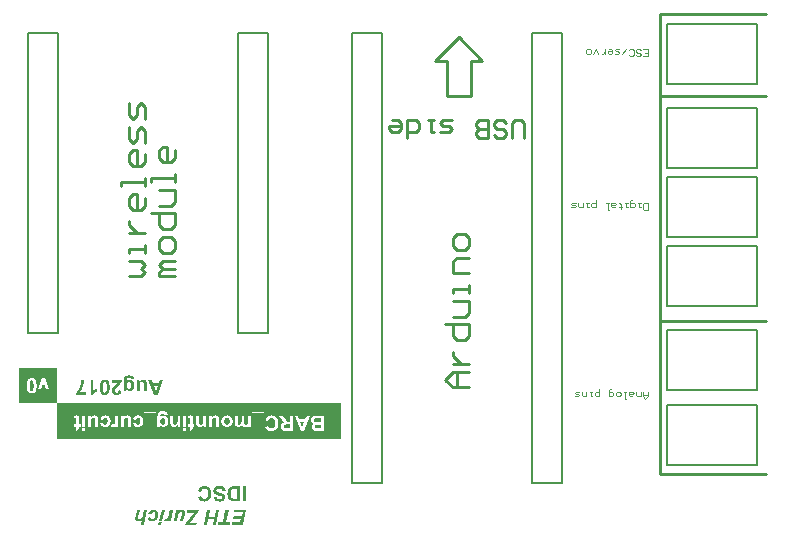
<source format=gbr>
G04 Layer_Color=65535*
%FSLAX44Y44*%
%MOMM*%
%TF.FileFunction,Legend,Top*%
%TF.Part,Single*%
G01*
G75*
%TA.AperFunction,NonConductor*%
%ADD17C,0.2000*%
%ADD18C,0.2540*%
%ADD19C,0.1000*%
G36*
X794440Y587187D02*
X791791D01*
X792824Y592135D01*
X787875D01*
X786842Y587187D01*
X784193D01*
X786875Y600000D01*
X789508D01*
X788308Y594268D01*
X793273D01*
X794473Y600000D01*
X797106D01*
X794440Y587187D01*
D02*
G37*
G36*
X690732Y700752D02*
X690749Y700769D01*
X690798Y700802D01*
X690865Y700869D01*
X690965Y700952D01*
X691098Y701052D01*
X691248Y701186D01*
X691432Y701302D01*
X691632Y701452D01*
X691848Y701602D01*
X692098Y701752D01*
X692365Y701902D01*
X692631Y702052D01*
X693248Y702352D01*
X693898Y702602D01*
Y700369D01*
X693881D01*
X693848Y700352D01*
X693798Y700336D01*
X693731Y700303D01*
X693648Y700269D01*
X693531Y700219D01*
X693281Y700102D01*
X692981Y699953D01*
X692631Y699736D01*
X692248Y699486D01*
X691832Y699186D01*
X691815Y699169D01*
X691782Y699153D01*
X691732Y699103D01*
X691648Y699036D01*
X691548Y698953D01*
X691448Y698836D01*
X691215Y698603D01*
X690948Y698286D01*
X690698Y697936D01*
X690465Y697553D01*
X690365Y697337D01*
X690282Y697120D01*
X688282D01*
Y710000D01*
X690732D01*
Y700752D01*
D02*
G37*
G36*
X700546Y710217D02*
X700679D01*
X700829Y710183D01*
X701013Y710150D01*
X701212Y710117D01*
X701446Y710050D01*
X701679Y709983D01*
X701912Y709883D01*
X702162Y709767D01*
X702429Y709633D01*
X702679Y709467D01*
X702912Y709267D01*
X703162Y709050D01*
X703379Y708800D01*
X703395Y708784D01*
X703429Y708734D01*
X703479Y708650D01*
X703562Y708517D01*
X703645Y708350D01*
X703728Y708150D01*
X703845Y707900D01*
X703945Y707617D01*
X704045Y707284D01*
X704145Y706917D01*
X704245Y706501D01*
X704328Y706034D01*
X704412Y705518D01*
X704462Y704951D01*
X704495Y704335D01*
X704512Y703668D01*
Y703652D01*
Y703618D01*
Y703585D01*
Y703502D01*
Y703418D01*
X704495Y703318D01*
Y703068D01*
X704478Y702768D01*
X704445Y702435D01*
X704412Y702052D01*
X704362Y701652D01*
X704295Y701236D01*
X704212Y700802D01*
X704112Y700352D01*
X703979Y699936D01*
X703845Y699519D01*
X703679Y699119D01*
X703479Y698753D01*
X703262Y698436D01*
X703245Y698420D01*
X703212Y698386D01*
X703162Y698320D01*
X703079Y698236D01*
X702962Y698136D01*
X702829Y698020D01*
X702679Y697903D01*
X702512Y697770D01*
X702312Y697653D01*
X702096Y697536D01*
X701862Y697420D01*
X701596Y697320D01*
X701329Y697237D01*
X701029Y697170D01*
X700696Y697137D01*
X700363Y697120D01*
X700179D01*
X700046Y697137D01*
X699896Y697153D01*
X699713Y697187D01*
X699513Y697237D01*
X699296Y697287D01*
X699063Y697353D01*
X698830Y697437D01*
X698580Y697553D01*
X698347Y697686D01*
X698113Y697837D01*
X697880Y698020D01*
X697647Y698220D01*
X697447Y698453D01*
X697430Y698470D01*
X697397Y698520D01*
X697330Y698620D01*
X697247Y698753D01*
X697164Y698936D01*
X697047Y699153D01*
X696930Y699403D01*
X696814Y699703D01*
X696697Y700036D01*
X696597Y700419D01*
X696480Y700852D01*
X696397Y701336D01*
X696314Y701852D01*
X696247Y702419D01*
X696214Y703018D01*
X696197Y703685D01*
Y703702D01*
Y703718D01*
Y703768D01*
Y703852D01*
Y703935D01*
Y704035D01*
X696214Y704285D01*
X696230Y704585D01*
X696264Y704918D01*
X696297Y705301D01*
X696347Y705701D01*
X696414Y706134D01*
X696514Y706568D01*
X696614Y707001D01*
X696730Y707434D01*
X696880Y707851D01*
X697047Y708251D01*
X697247Y708617D01*
X697464Y708934D01*
X697480Y708950D01*
X697514Y708984D01*
X697563Y709050D01*
X697647Y709134D01*
X697763Y709233D01*
X697880Y709350D01*
X698047Y709467D01*
X698213Y709583D01*
X698413Y709700D01*
X698630Y709817D01*
X698863Y709933D01*
X699130Y710033D01*
X699396Y710117D01*
X699696Y710183D01*
X700030Y710217D01*
X700363Y710233D01*
X700446D01*
X700546Y710217D01*
D02*
G37*
G36*
X797806Y620217D02*
X798006Y620200D01*
X798239Y620167D01*
X798505Y620133D01*
X798789Y620100D01*
X799389Y619967D01*
X799688Y619867D01*
X800005Y619767D01*
X800305Y619633D01*
X800605Y619483D01*
X800888Y619317D01*
X801138Y619117D01*
X801155Y619100D01*
X801188Y619067D01*
X801255Y619000D01*
X801338Y618900D01*
X801455Y618784D01*
X801555Y618650D01*
X801688Y618484D01*
X801821Y618284D01*
X801955Y618067D01*
X802088Y617834D01*
X802221Y617567D01*
X802338Y617267D01*
X802455Y616951D01*
X802554Y616601D01*
X802621Y616234D01*
X802688Y615851D01*
X800172Y615601D01*
Y615618D01*
X800155Y615651D01*
X800138Y615718D01*
X800122Y615801D01*
X800105Y615918D01*
X800072Y616034D01*
X799972Y616301D01*
X799855Y616618D01*
X799688Y616917D01*
X799489Y617217D01*
X799255Y617467D01*
X799222Y617484D01*
X799122Y617551D01*
X798972Y617651D01*
X798755Y617751D01*
X798489Y617867D01*
X798172Y617951D01*
X797806Y618017D01*
X797389Y618050D01*
X797272D01*
X797189Y618034D01*
X797073D01*
X796956Y618017D01*
X796689Y617984D01*
X796373Y617917D01*
X796073Y617834D01*
X795773Y617701D01*
X795506Y617534D01*
X795473Y617517D01*
X795406Y617434D01*
X795306Y617334D01*
X795173Y617184D01*
X795056Y617001D01*
X794956Y616784D01*
X794890Y616551D01*
X794856Y616301D01*
Y616284D01*
Y616218D01*
X794873Y616134D01*
X794890Y616034D01*
X794923Y615901D01*
X794973Y615768D01*
X795040Y615634D01*
X795123Y615518D01*
X795140Y615501D01*
X795173Y615468D01*
X795240Y615401D01*
X795340Y615335D01*
X795473Y615251D01*
X795623Y615151D01*
X795823Y615051D01*
X796056Y614968D01*
X796073Y614951D01*
X796156Y614935D01*
X796206Y614918D01*
X796289Y614901D01*
X796373Y614868D01*
X796489Y614835D01*
X796606Y614801D01*
X796756Y614751D01*
X796923Y614701D01*
X797122Y614651D01*
X797339Y614601D01*
X797572Y614535D01*
X797839Y614468D01*
X798122Y614401D01*
X798139D01*
X798206Y614385D01*
X798322Y614352D01*
X798456Y614301D01*
X798622Y614252D01*
X798822Y614202D01*
X799039Y614135D01*
X799272Y614052D01*
X799755Y613868D01*
X800238Y613652D01*
X800455Y613535D01*
X800672Y613402D01*
X800872Y613268D01*
X801038Y613135D01*
X801055Y613118D01*
X801088Y613085D01*
X801138Y613018D01*
X801221Y612952D01*
X801305Y612835D01*
X801405Y612719D01*
X801505Y612569D01*
X801621Y612402D01*
X801721Y612235D01*
X801838Y612035D01*
X802021Y611586D01*
X802105Y611352D01*
X802155Y611086D01*
X802188Y610819D01*
X802205Y610536D01*
Y610519D01*
Y610486D01*
Y610436D01*
X802188Y610369D01*
X802171Y610186D01*
X802138Y609953D01*
X802071Y609669D01*
X801971Y609369D01*
X801838Y609036D01*
X801655Y608720D01*
Y608703D01*
X801621Y608686D01*
X801555Y608570D01*
X801421Y608420D01*
X801255Y608236D01*
X801021Y608020D01*
X800755Y607803D01*
X800438Y607587D01*
X800072Y607403D01*
X800055D01*
X800022Y607387D01*
X799972Y607353D01*
X799889Y607337D01*
X799789Y607303D01*
X799655Y607253D01*
X799522Y607220D01*
X799355Y607170D01*
X799189Y607137D01*
X798989Y607103D01*
X798572Y607020D01*
X798089Y606970D01*
X797556Y606953D01*
X797322D01*
X797156Y606970D01*
X796956Y606987D01*
X796723Y607003D01*
X796473Y607037D01*
X796189Y607087D01*
X795606Y607220D01*
X795306Y607303D01*
X795006Y607403D01*
X794706Y607520D01*
X794423Y607670D01*
X794157Y607836D01*
X793923Y608020D01*
X793907Y608036D01*
X793873Y608070D01*
X793807Y608120D01*
X793723Y608203D01*
X793640Y608320D01*
X793540Y608436D01*
X793423Y608586D01*
X793307Y608769D01*
X793190Y608953D01*
X793074Y609169D01*
X792974Y609403D01*
X792874Y609653D01*
X792790Y609919D01*
X792707Y610202D01*
X792657Y610519D01*
X792640Y610836D01*
X795223Y610936D01*
Y610919D01*
Y610886D01*
X795240Y610836D01*
X795256Y610769D01*
X795306Y610602D01*
X795373Y610386D01*
X795473Y610153D01*
X795590Y609919D01*
X795756Y609703D01*
X795939Y609519D01*
X795973Y609503D01*
X796040Y609453D01*
X796173Y609386D01*
X796356Y609303D01*
X796573Y609219D01*
X796856Y609153D01*
X797189Y609103D01*
X797572Y609086D01*
X797756D01*
X797856Y609103D01*
X797956D01*
X798222Y609136D01*
X798505Y609203D01*
X798789Y609286D01*
X799089Y609403D01*
X799339Y609553D01*
X799355Y609569D01*
X799405Y609603D01*
X799472Y609669D01*
X799539Y609769D01*
X799605Y609886D01*
X799672Y610019D01*
X799722Y610169D01*
X799738Y610353D01*
Y610369D01*
Y610419D01*
X799722Y610519D01*
X799688Y610619D01*
X799639Y610736D01*
X799572Y610869D01*
X799489Y611002D01*
X799355Y611136D01*
X799339Y611152D01*
X799305Y611169D01*
X799255Y611202D01*
X799189Y611236D01*
X799105Y611286D01*
X799005Y611336D01*
X798872Y611385D01*
X798739Y611452D01*
X798572Y611519D01*
X798372Y611586D01*
X798156Y611669D01*
X797906Y611735D01*
X797639Y611819D01*
X797322Y611902D01*
X796989Y611985D01*
X796973D01*
X796906Y612002D01*
X796806Y612035D01*
X796673Y612069D01*
X796523Y612102D01*
X796339Y612152D01*
X796140Y612202D01*
X795939Y612269D01*
X795490Y612419D01*
X795023Y612569D01*
X794590Y612735D01*
X794390Y612835D01*
X794207Y612919D01*
X794190D01*
X794173Y612935D01*
X794123Y612968D01*
X794057Y613002D01*
X793890Y613118D01*
X793690Y613268D01*
X793457Y613452D01*
X793223Y613685D01*
X793007Y613935D01*
X792790Y614235D01*
Y614252D01*
X792774Y614268D01*
X792740Y614318D01*
X792707Y614385D01*
X792674Y614468D01*
X792624Y614551D01*
X792524Y614801D01*
X792440Y615085D01*
X792357Y615434D01*
X792290Y615834D01*
X792274Y616268D01*
Y616284D01*
Y616318D01*
Y616384D01*
X792290Y616451D01*
Y616551D01*
X792307Y616668D01*
X792357Y616951D01*
X792424Y617267D01*
X792540Y617617D01*
X792690Y617984D01*
X792890Y618350D01*
Y618367D01*
X792924Y618384D01*
X792957Y618434D01*
X793007Y618500D01*
X793140Y618667D01*
X793340Y618884D01*
X793590Y619117D01*
X793873Y619350D01*
X794223Y619567D01*
X794623Y619767D01*
X794640D01*
X794673Y619783D01*
X794740Y619817D01*
X794823Y619833D01*
X794940Y619867D01*
X795056Y619917D01*
X795223Y619950D01*
X795390Y620000D01*
X795590Y620050D01*
X795789Y620083D01*
X796023Y620117D01*
X796273Y620167D01*
X796806Y620217D01*
X797406Y620233D01*
X797639D01*
X797806Y620217D01*
D02*
G37*
G36*
X802904Y589319D02*
X806653D01*
X806220Y587187D01*
X796123D01*
X796556Y589319D01*
X800255D01*
X802488Y600000D01*
X805137D01*
X802904Y589319D01*
D02*
G37*
G36*
X817334Y587187D02*
X807820D01*
X808270Y589319D01*
X815135D01*
X815768Y592252D01*
X809103D01*
X809553Y594385D01*
X816234D01*
X817001Y597867D01*
X809536D01*
X809986Y600000D01*
X820000D01*
X817334Y587187D01*
D02*
G37*
G36*
X733088Y710200D02*
X733321Y710167D01*
X733571Y710117D01*
X733854Y710050D01*
X734154Y709950D01*
X734437Y709817D01*
X734471Y709800D01*
X734554Y709733D01*
X734687Y709650D01*
X734837Y709517D01*
X735021Y709350D01*
X735204Y709150D01*
X735354Y708934D01*
X735504Y708667D01*
Y708650D01*
X735520Y708634D01*
X735537Y708584D01*
X735554Y708534D01*
X735604Y708367D01*
X735654Y708134D01*
X735720Y707834D01*
X735770Y707484D01*
X735804Y707067D01*
X735820Y706601D01*
Y700719D01*
X733371D01*
Y704985D01*
Y705001D01*
Y705068D01*
Y705168D01*
Y705301D01*
Y705451D01*
Y705635D01*
X733354Y706018D01*
X733338Y706434D01*
X733321Y706834D01*
X733304Y707017D01*
X733288Y707167D01*
X733254Y707301D01*
X733238Y707401D01*
Y707417D01*
X733204Y707467D01*
X733171Y707551D01*
X733121Y707651D01*
X733054Y707751D01*
X732971Y707867D01*
X732871Y707984D01*
X732754Y708084D01*
X732738Y708101D01*
X732688Y708117D01*
X732605Y708167D01*
X732505Y708201D01*
X732371Y708251D01*
X732221Y708300D01*
X732038Y708317D01*
X731855Y708334D01*
X731755D01*
X731621Y708317D01*
X731471Y708284D01*
X731305Y708251D01*
X731105Y708201D01*
X730922Y708117D01*
X730722Y708000D01*
X730705Y707984D01*
X730638Y707934D01*
X730555Y707867D01*
X730455Y707767D01*
X730338Y707634D01*
X730222Y707501D01*
X730122Y707334D01*
X730039Y707151D01*
X730022Y707117D01*
Y707084D01*
X730005Y707034D01*
X729988Y706967D01*
X729972Y706884D01*
X729955Y706768D01*
X729939Y706634D01*
X729922Y706484D01*
X729905Y706301D01*
Y706101D01*
X729889Y705868D01*
X729872Y705601D01*
X729855Y705318D01*
Y704985D01*
Y704635D01*
Y700719D01*
X727406D01*
Y710000D01*
X729689D01*
Y708617D01*
X729705Y708650D01*
X729789Y708734D01*
X729889Y708884D01*
X730055Y709050D01*
X730238Y709233D01*
X730472Y709434D01*
X730722Y709617D01*
X731022Y709800D01*
X731038D01*
X731055Y709817D01*
X731105Y709833D01*
X731155Y709867D01*
X731321Y709933D01*
X731538Y710000D01*
X731805Y710083D01*
X732105Y710150D01*
X732421Y710200D01*
X732754Y710217D01*
X732904D01*
X733088Y710200D01*
D02*
G37*
G36*
X721157Y713766D02*
X721357Y713749D01*
X721574Y713732D01*
X721807Y713716D01*
X722074Y713682D01*
X722624Y713582D01*
X723174Y713432D01*
X723440Y713349D01*
X723690Y713232D01*
X723923Y713116D01*
X724123Y712966D01*
X724140Y712949D01*
X724173Y712933D01*
X724207Y712883D01*
X724273Y712816D01*
X724357Y712733D01*
X724440Y712649D01*
X724606Y712399D01*
X724790Y712100D01*
X724956Y711750D01*
X725023Y711550D01*
X725056Y711350D01*
X725090Y711133D01*
X725106Y710900D01*
Y710883D01*
Y710816D01*
Y710733D01*
X725090Y710617D01*
X722290Y710950D01*
Y710966D01*
X722274Y711033D01*
X722257Y711116D01*
X722224Y711216D01*
X722124Y711433D01*
X722057Y711550D01*
X721974Y711633D01*
X721957Y711650D01*
X721907Y711666D01*
X721824Y711716D01*
X721707Y711766D01*
X721557Y711816D01*
X721357Y711850D01*
X721141Y711883D01*
X720874Y711899D01*
X720707D01*
X720541Y711883D01*
X720324Y711866D01*
X720091Y711833D01*
X719858Y711766D01*
X719624Y711700D01*
X719425Y711600D01*
X719408Y711583D01*
X719374Y711566D01*
X719308Y711516D01*
X719241Y711450D01*
X719158Y711350D01*
X719075Y711250D01*
X718991Y711116D01*
X718925Y710966D01*
Y710950D01*
X718908Y710900D01*
X718891Y710833D01*
X718858Y710716D01*
X718841Y710566D01*
X718825Y710367D01*
X718808Y710133D01*
Y709850D01*
Y708484D01*
X718825Y708500D01*
X718858Y708550D01*
X718925Y708617D01*
X719008Y708717D01*
X719125Y708834D01*
X719241Y708967D01*
X719408Y709100D01*
X719575Y709233D01*
X719774Y709383D01*
X719974Y709517D01*
X720208Y709650D01*
X720458Y709767D01*
X720724Y709867D01*
X721007Y709933D01*
X721291Y709983D01*
X721607Y710000D01*
X721691D01*
X721791Y709983D01*
X721907Y709967D01*
X722074Y709950D01*
X722257Y709917D01*
X722457Y709867D01*
X722674Y709800D01*
X722907Y709717D01*
X723140Y709617D01*
X723390Y709483D01*
X723640Y709333D01*
X723873Y709150D01*
X724123Y708934D01*
X724340Y708700D01*
X724557Y708417D01*
X724573Y708400D01*
X724590Y708367D01*
X724640Y708284D01*
X724690Y708201D01*
X724756Y708067D01*
X724823Y707917D01*
X724906Y707751D01*
X724973Y707567D01*
X725056Y707351D01*
X725140Y707117D01*
X725206Y706851D01*
X725273Y706584D01*
X725323Y706284D01*
X725373Y705984D01*
X725390Y705651D01*
X725406Y705318D01*
Y705285D01*
Y705218D01*
Y705101D01*
X725390Y704935D01*
X725373Y704735D01*
X725340Y704518D01*
X725306Y704268D01*
X725273Y704001D01*
X725140Y703418D01*
X725040Y703118D01*
X724940Y702835D01*
X724807Y702535D01*
X724657Y702252D01*
X724490Y702002D01*
X724290Y701752D01*
X724273Y701736D01*
X724240Y701702D01*
X724173Y701636D01*
X724090Y701552D01*
X723973Y701469D01*
X723840Y701352D01*
X723690Y701236D01*
X723523Y701119D01*
X723324Y701002D01*
X723124Y700902D01*
X722890Y700786D01*
X722640Y700702D01*
X722390Y700619D01*
X722107Y700552D01*
X721807Y700519D01*
X721507Y700502D01*
X721424D01*
X721341Y700519D01*
X721224D01*
X721074Y700552D01*
X720908Y700586D01*
X720707Y700636D01*
X720508Y700686D01*
X720291Y700769D01*
X720058Y700869D01*
X719824Y701002D01*
X719575Y701136D01*
X719341Y701319D01*
X719108Y701519D01*
X718875Y701752D01*
X718658Y702019D01*
Y700719D01*
X716359D01*
Y709067D01*
Y709084D01*
Y709134D01*
Y709217D01*
Y709333D01*
Y709467D01*
X716375Y709633D01*
X716392Y709983D01*
X716425Y710383D01*
X716475Y710783D01*
X716542Y711166D01*
X716592Y711333D01*
X716642Y711500D01*
Y711516D01*
X716659Y711533D01*
X716692Y711633D01*
X716758Y711783D01*
X716842Y711966D01*
X716942Y712166D01*
X717075Y712383D01*
X717225Y712599D01*
X717408Y712783D01*
X717425Y712799D01*
X717492Y712866D01*
X717608Y712949D01*
X717758Y713049D01*
X717942Y713166D01*
X718158Y713282D01*
X718425Y713399D01*
X718708Y713516D01*
X718725D01*
X718741Y713532D01*
X718791D01*
X718858Y713549D01*
X718941Y713582D01*
X719025Y713599D01*
X719275Y713649D01*
X719575Y713699D01*
X719924Y713732D01*
X720324Y713766D01*
X720774Y713782D01*
X720991D01*
X721157Y713766D01*
D02*
G37*
G36*
X900000Y660000D02*
X660000D01*
Y690000D01*
X900000D01*
Y660000D01*
D02*
G37*
G36*
X714759Y709983D02*
Y709950D01*
X714742Y709867D01*
X714726Y709783D01*
X714709Y709667D01*
X714676Y709533D01*
X714642Y709383D01*
X714609Y709217D01*
X714492Y708834D01*
X714342Y708417D01*
X714159Y707984D01*
X713926Y707551D01*
X713909Y707534D01*
X713893Y707501D01*
X713843Y707434D01*
X713776Y707334D01*
X713693Y707217D01*
X713593Y707084D01*
X713476Y706917D01*
X713326Y706734D01*
X713143Y706518D01*
X712943Y706284D01*
X712726Y706034D01*
X712476Y705751D01*
X712193Y705468D01*
X711877Y705151D01*
X711543Y704818D01*
X711177Y704468D01*
X711160Y704451D01*
X711110Y704401D01*
X711027Y704318D01*
X710910Y704218D01*
X710777Y704085D01*
X710627Y703952D01*
X710294Y703618D01*
X709944Y703268D01*
X709610Y702935D01*
X709460Y702768D01*
X709344Y702619D01*
X709227Y702485D01*
X709144Y702369D01*
Y702352D01*
X709127Y702335D01*
X709061Y702235D01*
X708977Y702085D01*
X708877Y701902D01*
X708794Y701669D01*
X708711Y701419D01*
X708644Y701152D01*
X708627Y700869D01*
Y700852D01*
Y700836D01*
Y700736D01*
X708644Y700586D01*
X708677Y700403D01*
X708744Y700202D01*
X708811Y699986D01*
X708927Y699786D01*
X709077Y699603D01*
X709094Y699586D01*
X709161Y699536D01*
X709260Y699453D01*
X709394Y699369D01*
X709560Y699303D01*
X709777Y699219D01*
X710010Y699169D01*
X710294Y699153D01*
X710427D01*
X710560Y699169D01*
X710727Y699203D01*
X710927Y699269D01*
X711127Y699353D01*
X711327Y699469D01*
X711510Y699619D01*
X711526Y699636D01*
X711577Y699703D01*
X711660Y699819D01*
X711743Y699986D01*
X711826Y700202D01*
X711910Y700469D01*
X711976Y700786D01*
X712026Y701152D01*
X714476Y700919D01*
Y700902D01*
X714459Y700836D01*
X714443Y700719D01*
X714426Y700586D01*
X714392Y700419D01*
X714342Y700236D01*
X714293Y700019D01*
X714226Y699786D01*
X714043Y699319D01*
X713943Y699070D01*
X713809Y698836D01*
X713659Y698603D01*
X713493Y698386D01*
X713309Y698186D01*
X713110Y698003D01*
X713093Y697986D01*
X713059Y697970D01*
X712993Y697920D01*
X712909Y697870D01*
X712793Y697803D01*
X712660Y697720D01*
X712493Y697636D01*
X712310Y697553D01*
X712126Y697486D01*
X711893Y697403D01*
X711660Y697320D01*
X711410Y697253D01*
X711143Y697203D01*
X710843Y697153D01*
X710544Y697137D01*
X710227Y697120D01*
X710044D01*
X709910Y697137D01*
X709760Y697153D01*
X709560Y697170D01*
X709360Y697203D01*
X709144Y697253D01*
X708661Y697370D01*
X708411Y697453D01*
X708161Y697553D01*
X707927Y697670D01*
X707678Y697820D01*
X707461Y697970D01*
X707244Y698153D01*
X707228Y698170D01*
X707194Y698203D01*
X707144Y698253D01*
X707078Y698336D01*
X706994Y698436D01*
X706894Y698553D01*
X706811Y698686D01*
X706694Y698853D01*
X706594Y699036D01*
X706511Y699219D01*
X706328Y699653D01*
X706261Y699903D01*
X706211Y700153D01*
X706178Y700419D01*
X706161Y700702D01*
Y700719D01*
Y700736D01*
Y700786D01*
Y700852D01*
X706178Y701019D01*
X706195Y701236D01*
X706245Y701486D01*
X706294Y701769D01*
X706378Y702052D01*
X706478Y702352D01*
Y702369D01*
X706495Y702385D01*
X706544Y702485D01*
X706611Y702652D01*
X706711Y702852D01*
X706861Y703102D01*
X707028Y703368D01*
X707228Y703668D01*
X707461Y703985D01*
X707478Y704018D01*
X707544Y704085D01*
X707661Y704218D01*
X707828Y704401D01*
X708061Y704635D01*
X708327Y704918D01*
X708677Y705251D01*
X708861Y705434D01*
X709077Y705635D01*
X709094Y705651D01*
X709127Y705684D01*
X709177Y705734D01*
X709260Y705801D01*
X709460Y705984D01*
X709694Y706218D01*
X709944Y706451D01*
X710177Y706684D01*
X710394Y706884D01*
X710477Y706984D01*
X710544Y707051D01*
X710560Y707067D01*
X710593Y707117D01*
X710660Y707184D01*
X710727Y707267D01*
X710893Y707484D01*
X711043Y707717D01*
X706161D01*
Y710000D01*
X714759D01*
Y709983D01*
D02*
G37*
G36*
X682900Y709967D02*
Y709883D01*
X682884Y709733D01*
Y709550D01*
X682851Y709300D01*
X682834Y709017D01*
X682801Y708684D01*
X682751Y708334D01*
X682684Y707934D01*
X682617Y707517D01*
X682534Y707067D01*
X682417Y706601D01*
X682301Y706118D01*
X682167Y705618D01*
X682001Y705101D01*
X681817Y704585D01*
X681801Y704551D01*
X681768Y704468D01*
X681718Y704318D01*
X681634Y704118D01*
X681518Y703868D01*
X681401Y703602D01*
X681251Y703268D01*
X681084Y702935D01*
X680901Y702552D01*
X680684Y702169D01*
X680468Y701752D01*
X680218Y701336D01*
X679951Y700902D01*
X679668Y700469D01*
X679368Y700052D01*
X679052Y699636D01*
X684600D01*
Y697353D01*
X676219D01*
Y699136D01*
X676236Y699153D01*
X676269Y699186D01*
X676319Y699236D01*
X676402Y699319D01*
X676502Y699436D01*
X676602Y699569D01*
X676736Y699719D01*
X676885Y699886D01*
X677035Y700086D01*
X677202Y700303D01*
X677369Y700552D01*
X677569Y700819D01*
X677752Y701102D01*
X677952Y701402D01*
X678152Y701736D01*
X678352Y702085D01*
X678368Y702102D01*
X678402Y702169D01*
X678452Y702269D01*
X678518Y702419D01*
X678618Y702602D01*
X678718Y702802D01*
X678835Y703052D01*
X678952Y703318D01*
X679085Y703602D01*
X679218Y703918D01*
X679351Y704268D01*
X679485Y704618D01*
X679751Y705368D01*
X679985Y706168D01*
Y706184D01*
X680001Y706268D01*
X680035Y706384D01*
X680068Y706534D01*
X680118Y706718D01*
X680168Y706934D01*
X680218Y707184D01*
X680268Y707451D01*
X680318Y707734D01*
X680368Y708051D01*
X680451Y708684D01*
X680518Y709350D01*
X680535Y710000D01*
X682900D01*
Y709967D01*
D02*
G37*
G36*
X745018Y697187D02*
X742252D01*
X737137Y710000D01*
X739953D01*
X741086Y707084D01*
X746201D01*
X747267Y710000D01*
X750000D01*
X745018Y697187D01*
D02*
G37*
G36*
X660000Y690000D02*
X627460D01*
Y720000D01*
X660000D01*
Y690000D01*
D02*
G37*
G36*
X766187Y599983D02*
X766370Y599967D01*
X766603Y599917D01*
X766887Y599833D01*
X767153Y599733D01*
X767420Y599567D01*
X767670Y599350D01*
X767703Y599317D01*
X767770Y599234D01*
X767853Y599084D01*
X767970Y598884D01*
X768086Y598634D01*
X768170Y598317D01*
X768236Y597967D01*
X768270Y597584D01*
Y597567D01*
Y597484D01*
X768253Y597351D01*
X768236Y597267D01*
Y597167D01*
X768220Y597034D01*
X768186Y596901D01*
X768170Y596751D01*
X768136Y596567D01*
X768103Y596384D01*
X768053Y596168D01*
X768003Y595918D01*
X767953Y595668D01*
X766787Y590486D01*
X764287D01*
X765520Y596001D01*
Y596018D01*
X765537Y596051D01*
Y596101D01*
X765554Y596151D01*
X765587Y596318D01*
X765637Y596518D01*
X765687Y596734D01*
X765720Y596934D01*
X765737Y597101D01*
X765754Y597184D01*
Y597234D01*
Y597251D01*
Y597301D01*
X765737Y597367D01*
X765720Y597467D01*
X765687Y597584D01*
X765637Y597684D01*
X765570Y597801D01*
X765487Y597917D01*
X765470Y597934D01*
X765437Y597967D01*
X765370Y598000D01*
X765287Y598050D01*
X765187Y598117D01*
X765070Y598150D01*
X764937Y598184D01*
X764787Y598200D01*
X764671D01*
X764604Y598184D01*
X764421Y598150D01*
X764204Y598084D01*
X764187D01*
X764154Y598050D01*
X764087Y598034D01*
X764021Y597984D01*
X763821Y597850D01*
X763604Y597684D01*
X763587Y597667D01*
X763554Y597634D01*
X763488Y597584D01*
X763421Y597501D01*
X763238Y597317D01*
X763054Y597067D01*
X763038Y597051D01*
X763004Y597001D01*
X762971Y596934D01*
X762904Y596818D01*
X762838Y596701D01*
X762754Y596534D01*
X762671Y596368D01*
X762588Y596168D01*
Y596151D01*
X762554Y596084D01*
X762538Y595984D01*
X762488Y595851D01*
X762438Y595684D01*
X762388Y595468D01*
X762321Y595218D01*
X762254Y594918D01*
X761255Y590486D01*
X758755D01*
X760855Y599767D01*
X763188D01*
X762921Y598534D01*
X762938Y598550D01*
X762988Y598600D01*
X763054Y598667D01*
X763171Y598767D01*
X763304Y598867D01*
X763454Y599000D01*
X763637Y599133D01*
X763838Y599267D01*
X764054Y599400D01*
X764287Y599533D01*
X764554Y599667D01*
X764820Y599767D01*
X765104Y599867D01*
X765387Y599933D01*
X765687Y599983D01*
X766004Y600000D01*
X766104D01*
X766187Y599983D01*
D02*
G37*
G36*
X756073Y590486D02*
X753723D01*
X754107Y592269D01*
X754090Y592252D01*
X754040Y592185D01*
X753973Y592085D01*
X753873Y591952D01*
X753757Y591802D01*
X753607Y591636D01*
X753440Y591452D01*
X753257Y591252D01*
X753057Y591069D01*
X752840Y590886D01*
X752590Y590719D01*
X752340Y590569D01*
X752091Y590436D01*
X751824Y590336D01*
X751541Y590269D01*
X751257Y590252D01*
X751157D01*
X751057Y590269D01*
X750907Y590286D01*
X750741Y590319D01*
X750541Y590369D01*
X750324Y590436D01*
X750091Y590536D01*
X751057Y592585D01*
X751074D01*
X751124Y592569D01*
X751191Y592535D01*
X751274Y592519D01*
X751391Y592485D01*
X751507Y592469D01*
X751790Y592452D01*
X751907D01*
X752024Y592485D01*
X752190Y592519D01*
X752390Y592569D01*
X752624Y592668D01*
X752857Y592785D01*
X753107Y592952D01*
X753140Y592968D01*
X753223Y593035D01*
X753340Y593152D01*
X753490Y593302D01*
X753657Y593485D01*
X753823Y593718D01*
X754007Y593968D01*
X754157Y594268D01*
Y594285D01*
X754173Y594301D01*
X754190Y594351D01*
X754223Y594418D01*
X754257Y594518D01*
X754290Y594618D01*
X754340Y594751D01*
X754390Y594901D01*
X754456Y595068D01*
X754507Y595268D01*
X754573Y595468D01*
X754640Y595701D01*
X754706Y595968D01*
X754773Y596251D01*
X754840Y596551D01*
X754906Y596867D01*
X755506Y599767D01*
X758006D01*
X756073Y590486D01*
D02*
G37*
G36*
X814951Y607187D02*
X809836D01*
X809686Y607203D01*
X809519D01*
X809336Y607220D01*
X808936Y607253D01*
X808520Y607287D01*
X808136Y607353D01*
X807953Y607387D01*
X807786Y607437D01*
X807770D01*
X807737Y607453D01*
X807670Y607470D01*
X807603Y607503D01*
X807503Y607537D01*
X807387Y607587D01*
X807120Y607703D01*
X806820Y607870D01*
X806487Y608070D01*
X806170Y608320D01*
X805854Y608620D01*
X805837Y608636D01*
X805820Y608653D01*
X805770Y608703D01*
X805720Y608769D01*
X805654Y608853D01*
X805570Y608953D01*
X805404Y609203D01*
X805204Y609503D01*
X805004Y609853D01*
X804804Y610252D01*
X804637Y610702D01*
Y610719D01*
X804621Y610752D01*
X804604Y610819D01*
X804571Y610919D01*
X804537Y611036D01*
X804504Y611186D01*
X804454Y611352D01*
X804421Y611535D01*
X804387Y611735D01*
X804337Y611969D01*
X804304Y612219D01*
X804271Y612485D01*
X804237Y612769D01*
X804221Y613068D01*
X804204Y613718D01*
Y613735D01*
Y613785D01*
Y613868D01*
Y613985D01*
X804221Y614118D01*
Y614285D01*
X804237Y614451D01*
X804254Y614651D01*
X804304Y615085D01*
X804371Y615535D01*
X804471Y616001D01*
X804604Y616451D01*
Y616468D01*
X804621Y616518D01*
X804654Y616584D01*
X804687Y616684D01*
X804737Y616801D01*
X804804Y616934D01*
X804954Y617251D01*
X805154Y617617D01*
X805387Y618000D01*
X805670Y618367D01*
X805987Y618717D01*
X806020Y618750D01*
X806104Y618817D01*
X806254Y618934D01*
X806470Y619084D01*
X806720Y619250D01*
X807037Y619417D01*
X807387Y619583D01*
X807803Y619733D01*
X807820D01*
X807837Y619750D01*
X807886D01*
X807953Y619767D01*
X808036Y619800D01*
X808153Y619817D01*
X808270Y619833D01*
X808403Y619867D01*
X808570Y619883D01*
X808736Y619917D01*
X809119Y619950D01*
X809569Y619983D01*
X810086Y620000D01*
X814951D01*
Y607187D01*
D02*
G37*
G36*
X820000D02*
X817417D01*
Y620000D01*
X820000D01*
Y607187D01*
D02*
G37*
G36*
X784959Y620200D02*
X785126Y620183D01*
X785342Y620167D01*
X785609Y620117D01*
X785875Y620067D01*
X786192Y620000D01*
X786509Y619900D01*
X786859Y619800D01*
X787208Y619650D01*
X787558Y619483D01*
X787908Y619283D01*
X788258Y619050D01*
X788591Y618784D01*
X788908Y618484D01*
X788925Y618467D01*
X788975Y618400D01*
X789058Y618300D01*
X789158Y618167D01*
X789291Y617984D01*
X789425Y617767D01*
X789575Y617517D01*
X789724Y617234D01*
X789874Y616901D01*
X790024Y616551D01*
X790158Y616151D01*
X790291Y615734D01*
X790391Y615268D01*
X790474Y614785D01*
X790524Y614252D01*
X790541Y613702D01*
Y613685D01*
Y613668D01*
Y613618D01*
Y613568D01*
X790524Y613402D01*
X790508Y613168D01*
X790491Y612902D01*
X790458Y612602D01*
X790408Y612252D01*
X790341Y611885D01*
X790241Y611485D01*
X790141Y611086D01*
X790008Y610669D01*
X789841Y610252D01*
X789658Y609853D01*
X789441Y609453D01*
X789175Y609086D01*
X788891Y608736D01*
X788875Y608720D01*
X788808Y608653D01*
X788725Y608570D01*
X788591Y608453D01*
X788425Y608320D01*
X788225Y608170D01*
X787991Y608003D01*
X787725Y607836D01*
X787442Y607670D01*
X787108Y607520D01*
X786758Y607370D01*
X786375Y607237D01*
X785959Y607120D01*
X785509Y607037D01*
X785042Y606970D01*
X784559Y606953D01*
X784459D01*
X784326Y606970D01*
X784159D01*
X783959Y607003D01*
X783726Y607020D01*
X783476Y607070D01*
X783193Y607120D01*
X782893Y607203D01*
X782576Y607287D01*
X782260Y607403D01*
X781943Y607537D01*
X781627Y607703D01*
X781310Y607886D01*
X781010Y608103D01*
X780727Y608353D01*
X780710Y608370D01*
X780693Y608386D01*
X780643Y608436D01*
X780577Y608503D01*
X780510Y608586D01*
X780427Y608686D01*
X780343Y608820D01*
X780244Y608953D01*
X780127Y609103D01*
X780027Y609286D01*
X779910Y609469D01*
X779810Y609686D01*
X779694Y609919D01*
X779594Y610153D01*
X779494Y610419D01*
X779410Y610702D01*
X781976Y611319D01*
Y611302D01*
X781993Y611269D01*
X782010Y611219D01*
X782026Y611152D01*
X782093Y610969D01*
X782176Y610752D01*
X782310Y610502D01*
X782476Y610236D01*
X782693Y609986D01*
X782943Y609753D01*
X782976Y609719D01*
X783076Y609653D01*
X783226Y609569D01*
X783426Y609453D01*
X783676Y609353D01*
X783976Y609253D01*
X784326Y609186D01*
X784692Y609169D01*
X784826D01*
X784926Y609186D01*
X785042Y609203D01*
X785192Y609219D01*
X785509Y609303D01*
X785875Y609419D01*
X786059Y609503D01*
X786259Y609603D01*
X786459Y609719D01*
X786642Y609869D01*
X786825Y610019D01*
X786992Y610202D01*
X787009Y610219D01*
X787025Y610252D01*
X787075Y610319D01*
X787125Y610402D01*
X787192Y610502D01*
X787275Y610652D01*
X787358Y610802D01*
X787425Y611002D01*
X787508Y611219D01*
X787592Y611452D01*
X787675Y611735D01*
X787742Y612035D01*
X787792Y612352D01*
X787842Y612719D01*
X787858Y613102D01*
X787875Y613518D01*
Y613552D01*
Y613618D01*
Y613752D01*
X787858Y613918D01*
X787842Y614118D01*
X787825Y614335D01*
X787808Y614601D01*
X787758Y614868D01*
X787658Y615434D01*
X787508Y616001D01*
X787408Y616284D01*
X787292Y616534D01*
X787158Y616768D01*
X787009Y616984D01*
X786992Y617001D01*
X786975Y617034D01*
X786925Y617084D01*
X786859Y617134D01*
X786758Y617217D01*
X786658Y617301D01*
X786542Y617401D01*
X786392Y617484D01*
X786075Y617684D01*
X785692Y617834D01*
X785475Y617901D01*
X785242Y617951D01*
X784992Y617984D01*
X784742Y618000D01*
X784642D01*
X784576Y617984D01*
X784376Y617967D01*
X784126Y617917D01*
X783859Y617834D01*
X783559Y617734D01*
X783259Y617567D01*
X782976Y617351D01*
X782960Y617334D01*
X782943Y617317D01*
X782859Y617217D01*
X782726Y617067D01*
X782560Y616834D01*
X782476Y616701D01*
X782376Y616551D01*
X782293Y616384D01*
X782210Y616184D01*
X782110Y615984D01*
X782043Y615768D01*
X781960Y615518D01*
X781893Y615268D01*
X779377Y616051D01*
Y616068D01*
X779410Y616151D01*
X779444Y616251D01*
X779494Y616401D01*
X779560Y616568D01*
X779627Y616768D01*
X779727Y617001D01*
X779844Y617234D01*
X780110Y617751D01*
X780260Y618017D01*
X780443Y618267D01*
X780627Y618534D01*
X780843Y618767D01*
X781060Y619000D01*
X781310Y619200D01*
X781327Y619217D01*
X781377Y619250D01*
X781443Y619300D01*
X781543Y619350D01*
X781676Y619434D01*
X781843Y619517D01*
X782026Y619617D01*
X782226Y619700D01*
X782460Y619800D01*
X782726Y619900D01*
X783009Y619983D01*
X783309Y620050D01*
X783626Y620117D01*
X783976Y620167D01*
X784326Y620200D01*
X784709Y620217D01*
X784826D01*
X784959Y620200D01*
D02*
G37*
G36*
X748975Y590486D02*
X746475D01*
X748408Y599767D01*
X750907D01*
X748975Y590486D01*
D02*
G37*
G36*
X748242Y586953D02*
X745725D01*
X746209Y589219D01*
X748708D01*
X748242Y586953D01*
D02*
G37*
G36*
X779583Y597751D02*
X772202Y589086D01*
X778167D01*
X777717Y586953D01*
X768503D01*
X768886Y588969D01*
X776334Y597684D01*
X775951D01*
X775718Y597667D01*
X774218D01*
X774035Y597651D01*
X773185D01*
X772669Y597634D01*
X769636D01*
X770086Y599767D01*
X780000D01*
X779583Y597751D01*
D02*
G37*
G36*
X742026Y599983D02*
X742176Y599967D01*
X742343Y599950D01*
X742543Y599917D01*
X742743Y599867D01*
X743193Y599750D01*
X743426Y599650D01*
X743659Y599550D01*
X743893Y599434D01*
X744126Y599300D01*
X744342Y599133D01*
X744542Y598950D01*
X744559Y598934D01*
X744592Y598900D01*
X744642Y598834D01*
X744709Y598750D01*
X744776Y598650D01*
X744876Y598517D01*
X744959Y598367D01*
X745059Y598184D01*
X745159Y597984D01*
X745242Y597767D01*
X745342Y597534D01*
X745409Y597267D01*
X745475Y596984D01*
X745526Y596684D01*
X745559Y596368D01*
X745575Y596034D01*
Y596018D01*
Y595968D01*
Y595884D01*
X745559Y595768D01*
Y595634D01*
X745542Y595485D01*
X745526Y595301D01*
X745492Y595101D01*
X745425Y594668D01*
X745309Y594185D01*
X745159Y593685D01*
X744959Y593168D01*
Y593152D01*
X744926Y593102D01*
X744892Y593035D01*
X744842Y592952D01*
X744776Y592835D01*
X744692Y592702D01*
X744476Y592402D01*
X744209Y592052D01*
X743893Y591702D01*
X743509Y591352D01*
X743059Y591036D01*
X743043Y591019D01*
X743009Y591002D01*
X742926Y590969D01*
X742843Y590919D01*
X742726Y590852D01*
X742576Y590786D01*
X742426Y590719D01*
X742243Y590636D01*
X742043Y590569D01*
X741826Y590502D01*
X741360Y590369D01*
X740843Y590286D01*
X740577Y590252D01*
X740127D01*
X740027Y590269D01*
X739877Y590286D01*
X739727Y590303D01*
X739544Y590319D01*
X739344Y590353D01*
X738927Y590469D01*
X738494Y590619D01*
X738277Y590719D01*
X738061Y590836D01*
X737861Y590969D01*
X737678Y591119D01*
X737661Y591136D01*
X737627Y591152D01*
X737578Y591202D01*
X737527Y591269D01*
X737444Y591369D01*
X737361Y591469D01*
X737261Y591586D01*
X737161Y591719D01*
X736978Y592052D01*
X736794Y592435D01*
X736644Y592885D01*
X736594Y593135D01*
X736561Y593385D01*
X738944Y593635D01*
Y593618D01*
Y593602D01*
X738960Y593502D01*
X738994Y593368D01*
X739044Y593202D01*
X739110Y593002D01*
X739194Y592818D01*
X739294Y592635D01*
X739427Y592485D01*
X739444Y592469D01*
X739494Y592419D01*
X739577Y592369D01*
X739694Y592285D01*
X739844Y592219D01*
X740010Y592169D01*
X740210Y592119D01*
X740443Y592102D01*
X740560D01*
X740710Y592135D01*
X740893Y592169D01*
X741093Y592235D01*
X741327Y592335D01*
X741577Y592469D01*
X741810Y592652D01*
X741843Y592685D01*
X741910Y592752D01*
X742026Y592885D01*
X742160Y593068D01*
X742310Y593285D01*
X742476Y593568D01*
X742626Y593902D01*
X742759Y594285D01*
Y594301D01*
X742776Y594335D01*
X742793Y594385D01*
X742810Y594468D01*
X742843Y594568D01*
X742859Y594685D01*
X742926Y594951D01*
X742993Y595251D01*
X743043Y595601D01*
X743076Y595951D01*
X743093Y596318D01*
Y596334D01*
Y596351D01*
Y596451D01*
X743076Y596601D01*
X743043Y596784D01*
X742993Y597001D01*
X742926Y597217D01*
X742826Y597417D01*
X742693Y597601D01*
X742676Y597617D01*
X742626Y597667D01*
X742526Y597734D01*
X742410Y597817D01*
X742276Y597901D01*
X742110Y597967D01*
X741910Y598017D01*
X741693Y598034D01*
X741593D01*
X741477Y598017D01*
X741327Y597984D01*
X741143Y597934D01*
X740943Y597850D01*
X740743Y597751D01*
X740527Y597601D01*
X740493Y597584D01*
X740427Y597517D01*
X740327Y597417D01*
X740210Y597267D01*
X740060Y597084D01*
X739910Y596867D01*
X739777Y596601D01*
X739644Y596284D01*
X737211Y596684D01*
Y596701D01*
X737244Y596751D01*
X737278Y596834D01*
X737328Y596951D01*
X737394Y597084D01*
X737461Y597251D01*
X737561Y597417D01*
X737661Y597601D01*
X737927Y598000D01*
X738227Y598417D01*
X738594Y598817D01*
X738794Y599000D01*
X739010Y599167D01*
X739027Y599184D01*
X739061Y599200D01*
X739127Y599250D01*
X739210Y599300D01*
X739327Y599367D01*
X739460Y599434D01*
X739610Y599500D01*
X739794Y599583D01*
X739977Y599667D01*
X740193Y599733D01*
X740643Y599867D01*
X741160Y599967D01*
X741443Y599983D01*
X741727Y600000D01*
X741893D01*
X742026Y599983D01*
D02*
G37*
G36*
X733295Y586953D02*
X730779D01*
X731746Y591519D01*
X731729D01*
X731712Y591485D01*
X731662Y591452D01*
X731596Y591402D01*
X731429Y591286D01*
X731212Y591152D01*
X730979Y590986D01*
X730713Y590836D01*
X730429Y590686D01*
X730146Y590552D01*
X730129D01*
X730113Y590536D01*
X730013Y590502D01*
X729863Y590452D01*
X729663Y590402D01*
X729430Y590353D01*
X729146Y590303D01*
X728863Y590269D01*
X728547Y590252D01*
X728430D01*
X728363Y590269D01*
X728263D01*
X728147Y590286D01*
X727897Y590336D01*
X727613Y590419D01*
X727314Y590536D01*
X727030Y590702D01*
X726764Y590919D01*
X726730Y590952D01*
X726664Y591036D01*
X726547Y591186D01*
X726430Y591369D01*
X726314Y591619D01*
X726197Y591919D01*
X726131Y592252D01*
X726097Y592635D01*
Y592668D01*
Y592735D01*
X726114Y592868D01*
X726131Y593052D01*
X726164Y593302D01*
X726214Y593585D01*
X726280Y593935D01*
X726364Y594351D01*
X727530Y599767D01*
X730030D01*
X728846Y594252D01*
Y594235D01*
X728830Y594218D01*
X728813Y594101D01*
X728780Y593951D01*
X728746Y593768D01*
X728713Y593568D01*
X728680Y593385D01*
X728646Y593218D01*
Y593102D01*
Y593085D01*
Y593018D01*
X728663Y592935D01*
X728680Y592835D01*
X728713Y592719D01*
X728780Y592585D01*
X728846Y592469D01*
X728946Y592352D01*
X728963Y592335D01*
X728996Y592302D01*
X729063Y592252D01*
X729146Y592202D01*
X729263Y592152D01*
X729396Y592102D01*
X729546Y592069D01*
X729730Y592052D01*
X729846D01*
X729963Y592069D01*
X730129Y592102D01*
X730313Y592169D01*
X730529Y592235D01*
X730746Y592352D01*
X730963Y592502D01*
X730996Y592535D01*
X731096Y592602D01*
X731229Y592719D01*
X731396Y592885D01*
X731579Y593102D01*
X731779Y593335D01*
X731962Y593618D01*
X732129Y593918D01*
X732146Y593935D01*
X732162Y594018D01*
X732196Y594085D01*
X732212Y594151D01*
X732246Y594252D01*
X732279Y594368D01*
X732312Y594501D01*
X732362Y594651D01*
X732412Y594835D01*
X732462Y595035D01*
X732512Y595268D01*
X732562Y595518D01*
X732629Y595801D01*
X732695Y596101D01*
X733462Y599767D01*
X735961D01*
X733295Y586953D01*
D02*
G37*
%LPC*%
G36*
X700363Y708201D02*
X700279D01*
X700196Y708184D01*
X700096Y708167D01*
X699963Y708134D01*
X699829Y708084D01*
X699696Y708017D01*
X699563Y707917D01*
X699546Y707900D01*
X699513Y707867D01*
X699446Y707784D01*
X699363Y707684D01*
X699280Y707551D01*
X699196Y707367D01*
X699113Y707151D01*
X699030Y706901D01*
Y706884D01*
X699013Y706851D01*
X698996Y706801D01*
X698980Y706718D01*
X698963Y706618D01*
X698946Y706484D01*
X698913Y706318D01*
X698896Y706134D01*
X698863Y705934D01*
X698847Y705701D01*
X698830Y705434D01*
X698796Y705135D01*
X698780Y704818D01*
Y704468D01*
X698763Y704101D01*
Y703685D01*
Y703652D01*
Y703585D01*
Y703468D01*
Y703318D01*
Y703135D01*
X698780Y702918D01*
Y702685D01*
X698796Y702452D01*
X698813Y701935D01*
X698863Y701419D01*
X698880Y701186D01*
X698913Y700952D01*
X698963Y700752D01*
X698996Y700586D01*
Y700569D01*
X699013Y700552D01*
X699030Y700452D01*
X699096Y700303D01*
X699163Y700119D01*
X699246Y699936D01*
X699346Y699753D01*
X699446Y699586D01*
X699580Y699453D01*
X699596Y699436D01*
X699646Y699403D01*
X699713Y699353D01*
X699796Y699303D01*
X699913Y699253D01*
X700046Y699203D01*
X700196Y699169D01*
X700363Y699153D01*
X700446D01*
X700529Y699169D01*
X700629Y699186D01*
X700763Y699219D01*
X700896Y699286D01*
X701029Y699353D01*
X701162Y699453D01*
X701179Y699469D01*
X701212Y699503D01*
X701279Y699586D01*
X701363Y699686D01*
X701446Y699819D01*
X701529Y700003D01*
X701612Y700219D01*
X701696Y700469D01*
Y700486D01*
X701712Y700519D01*
Y700569D01*
X701729Y700652D01*
X701746Y700752D01*
X701779Y700886D01*
X701796Y701052D01*
X701812Y701219D01*
X701846Y701435D01*
X701862Y701669D01*
X701879Y701935D01*
X701912Y702219D01*
X701929Y702552D01*
Y702902D01*
X701946Y703268D01*
Y703685D01*
Y703718D01*
Y703785D01*
Y703902D01*
Y704052D01*
Y704235D01*
X701929Y704451D01*
Y704685D01*
X701912Y704918D01*
X701896Y705434D01*
X701846Y705951D01*
X701829Y706201D01*
X701796Y706418D01*
X701762Y706618D01*
X701729Y706801D01*
Y706817D01*
X701712Y706834D01*
X701679Y706934D01*
X701629Y707084D01*
X701562Y707267D01*
X701496Y707451D01*
X701396Y707634D01*
X701279Y707801D01*
X701162Y707934D01*
X701146Y707951D01*
X701096Y707967D01*
X701029Y708017D01*
X700929Y708067D01*
X700813Y708117D01*
X700679Y708150D01*
X700529Y708184D01*
X700363Y708201D01*
D02*
G37*
G36*
X720924Y708017D02*
X720841D01*
X720774Y708000D01*
X720608Y707984D01*
X720391Y707934D01*
X720158Y707851D01*
X719908Y707717D01*
X719658Y707551D01*
X719408Y707317D01*
X719374Y707284D01*
X719308Y707184D01*
X719208Y707017D01*
X719091Y706801D01*
X718975Y706501D01*
X718875Y706151D01*
X718808Y705718D01*
X718775Y705235D01*
Y705218D01*
Y705168D01*
Y705101D01*
X718791Y705001D01*
Y704885D01*
X718808Y704735D01*
X718841Y704418D01*
X718925Y704068D01*
X719025Y703718D01*
X719175Y703385D01*
X719275Y703218D01*
X719374Y703085D01*
X719408Y703052D01*
X719474Y702969D01*
X719608Y702868D01*
X719791Y702735D01*
X720008Y702602D01*
X720258Y702502D01*
X720558Y702419D01*
X720874Y702385D01*
X720957D01*
X721024Y702402D01*
X721191Y702419D01*
X721391Y702469D01*
X721607Y702552D01*
X721857Y702685D01*
X722091Y702852D01*
X722324Y703085D01*
X722340Y703118D01*
X722407Y703218D01*
X722507Y703368D01*
X722607Y703602D01*
X722707Y703902D01*
X722807Y704251D01*
X722840Y704451D01*
X722874Y704668D01*
X722890Y704918D01*
Y705168D01*
Y705185D01*
Y705235D01*
Y705301D01*
X722874Y705418D01*
Y705535D01*
X722857Y705668D01*
X722824Y706001D01*
X722757Y706351D01*
X722657Y706701D01*
X722507Y707051D01*
X722424Y707201D01*
X722324Y707334D01*
X722290Y707367D01*
X722224Y707434D01*
X722107Y707551D01*
X721941Y707667D01*
X721741Y707801D01*
X721491Y707917D01*
X721224Y707984D01*
X720924Y708017D01*
D02*
G37*
G36*
X769303Y669085D02*
X766853D01*
Y666819D01*
X769303D01*
Y669085D01*
D02*
G37*
G36*
X841568Y679849D02*
X841451D01*
X841068Y679832D01*
X840718Y679799D01*
X840368Y679749D01*
X840051Y679682D01*
X839751Y679615D01*
X839468Y679532D01*
X839202Y679432D01*
X838968Y679332D01*
X838768Y679249D01*
X838585Y679149D01*
X838418Y679066D01*
X838285Y678982D01*
X838185Y678932D01*
X838119Y678882D01*
X838068Y678849D01*
X838052Y678832D01*
X837802Y678632D01*
X837585Y678399D01*
X837369Y678166D01*
X837185Y677899D01*
X837002Y677649D01*
X836852Y677383D01*
X836585Y676866D01*
X836469Y676633D01*
X836369Y676400D01*
X836302Y676200D01*
X836236Y676033D01*
X836186Y675883D01*
X836152Y675783D01*
X836119Y675700D01*
Y675683D01*
X838635Y674900D01*
X838702Y675150D01*
X838785Y675400D01*
X838852Y675617D01*
X838952Y675816D01*
X839035Y676016D01*
X839118Y676183D01*
X839218Y676333D01*
X839302Y676466D01*
X839468Y676700D01*
X839601Y676850D01*
X839685Y676949D01*
X839701Y676966D01*
X839718Y676983D01*
X840001Y677199D01*
X840301Y677366D01*
X840601Y677466D01*
X840868Y677549D01*
X841118Y677599D01*
X841318Y677616D01*
X841384Y677633D01*
X841484D01*
X841734Y677616D01*
X841984Y677583D01*
X842217Y677533D01*
X842434Y677466D01*
X842817Y677316D01*
X843134Y677116D01*
X843284Y677033D01*
X843400Y676933D01*
X843500Y676850D01*
X843600Y676766D01*
X843667Y676716D01*
X843717Y676666D01*
X843734Y676633D01*
X843750Y676616D01*
X843900Y676400D01*
X844034Y676166D01*
X844150Y675917D01*
X844250Y675633D01*
X844400Y675067D01*
X844500Y674500D01*
X844550Y674234D01*
X844567Y673967D01*
X844584Y673750D01*
X844600Y673550D01*
X844617Y673384D01*
Y673251D01*
Y673184D01*
Y673150D01*
X844600Y672734D01*
X844584Y672351D01*
X844533Y671984D01*
X844483Y671667D01*
X844417Y671368D01*
X844333Y671084D01*
X844250Y670851D01*
X844167Y670635D01*
X844100Y670434D01*
X844017Y670285D01*
X843934Y670135D01*
X843867Y670035D01*
X843817Y669951D01*
X843767Y669885D01*
X843750Y669851D01*
X843734Y669835D01*
X843567Y669651D01*
X843384Y669501D01*
X843201Y669352D01*
X843000Y669235D01*
X842801Y669135D01*
X842617Y669052D01*
X842251Y668935D01*
X841934Y668852D01*
X841784Y668835D01*
X841668Y668818D01*
X841568Y668802D01*
X841434D01*
X841068Y668818D01*
X840718Y668885D01*
X840418Y668985D01*
X840168Y669085D01*
X839968Y669202D01*
X839818Y669285D01*
X839718Y669352D01*
X839685Y669385D01*
X839435Y669618D01*
X839218Y669868D01*
X839052Y670135D01*
X838918Y670385D01*
X838835Y670601D01*
X838768Y670784D01*
X838752Y670851D01*
X838735Y670901D01*
X838718Y670934D01*
Y670951D01*
X836152Y670334D01*
X836236Y670051D01*
X836336Y669785D01*
X836436Y669551D01*
X836552Y669318D01*
X836652Y669101D01*
X836769Y668918D01*
X836869Y668735D01*
X836985Y668585D01*
X837085Y668452D01*
X837169Y668318D01*
X837252Y668218D01*
X837319Y668135D01*
X837385Y668068D01*
X837435Y668018D01*
X837452Y668002D01*
X837469Y667985D01*
X837752Y667735D01*
X838052Y667519D01*
X838368Y667335D01*
X838685Y667169D01*
X839002Y667035D01*
X839318Y666919D01*
X839635Y666835D01*
X839935Y666752D01*
X840218Y666702D01*
X840468Y666652D01*
X840701Y666636D01*
X840901Y666602D01*
X841068D01*
X841201Y666585D01*
X841301D01*
X841784Y666602D01*
X842251Y666669D01*
X842701Y666752D01*
X843117Y666869D01*
X843500Y667002D01*
X843850Y667152D01*
X844184Y667302D01*
X844467Y667469D01*
X844733Y667635D01*
X844967Y667802D01*
X845167Y667952D01*
X845333Y668085D01*
X845467Y668202D01*
X845550Y668285D01*
X845617Y668352D01*
X845633Y668368D01*
X845917Y668718D01*
X846183Y669085D01*
X846400Y669485D01*
X846583Y669885D01*
X846750Y670301D01*
X846883Y670718D01*
X846983Y671118D01*
X847083Y671518D01*
X847150Y671884D01*
X847199Y672234D01*
X847233Y672534D01*
X847250Y672801D01*
X847266Y673034D01*
X847283Y673201D01*
Y673251D01*
Y673300D01*
Y673317D01*
Y673334D01*
X847266Y673884D01*
X847216Y674417D01*
X847133Y674900D01*
X847033Y675367D01*
X846900Y675783D01*
X846766Y676183D01*
X846616Y676533D01*
X846466Y676866D01*
X846316Y677150D01*
X846166Y677399D01*
X846033Y677616D01*
X845900Y677799D01*
X845800Y677933D01*
X845716Y678033D01*
X845667Y678099D01*
X845650Y678116D01*
X845333Y678416D01*
X845000Y678682D01*
X844650Y678916D01*
X844300Y679116D01*
X843950Y679282D01*
X843600Y679432D01*
X843251Y679532D01*
X842934Y679632D01*
X842617Y679699D01*
X842351Y679749D01*
X842084Y679799D01*
X841868Y679816D01*
X841701Y679832D01*
X841568Y679849D01*
D02*
G37*
G36*
X772885D02*
X772768D01*
X772369Y679832D01*
X772002Y679799D01*
X771669Y679732D01*
X771386Y679666D01*
X771152Y679615D01*
X770969Y679549D01*
X770902Y679532D01*
X770852Y679516D01*
X770836Y679499D01*
X770819D01*
X771036Y677583D01*
X771269Y677666D01*
X771469Y677716D01*
X771636Y677766D01*
X771769Y677783D01*
X771885Y677799D01*
X771952Y677816D01*
X772019D01*
X772185Y677799D01*
X772335Y677749D01*
X772419Y677716D01*
X772435Y677699D01*
X772452D01*
X772552Y677599D01*
X772619Y677499D01*
X772652Y677433D01*
X772669Y677399D01*
Y677349D01*
X772685Y677283D01*
Y677100D01*
Y676883D01*
X772702Y676650D01*
Y676433D01*
Y676250D01*
Y676166D01*
Y676116D01*
Y676083D01*
Y676066D01*
Y672301D01*
X771019D01*
Y670351D01*
X772702D01*
Y667052D01*
X775151Y668502D01*
Y670351D01*
X776284D01*
Y672301D01*
X775151D01*
Y676366D01*
Y676600D01*
Y676816D01*
Y677016D01*
X775135Y677183D01*
Y677349D01*
Y677483D01*
X775118Y677716D01*
X775101Y677899D01*
Y678016D01*
X775085Y678083D01*
Y678099D01*
X775035Y678316D01*
X774985Y678499D01*
X774935Y678666D01*
X774868Y678799D01*
X774818Y678916D01*
X774768Y678999D01*
X774751Y679049D01*
X774735Y679066D01*
X774635Y679182D01*
X774501Y679299D01*
X774251Y679482D01*
X774135Y679549D01*
X774035Y679599D01*
X773968Y679615D01*
X773952Y679632D01*
X773752Y679699D01*
X773535Y679749D01*
X773335Y679799D01*
X773152Y679816D01*
X773002Y679832D01*
X772885Y679849D01*
D02*
G37*
G36*
X676460D02*
X676343D01*
X675943Y679832D01*
X675577Y679799D01*
X675244Y679732D01*
X674960Y679666D01*
X674727Y679615D01*
X674544Y679549D01*
X674477Y679532D01*
X674427Y679516D01*
X674410Y679499D01*
X674394D01*
X674610Y677583D01*
X674844Y677666D01*
X675044Y677716D01*
X675210Y677766D01*
X675343Y677783D01*
X675460Y677799D01*
X675527Y677816D01*
X675593D01*
X675760Y677799D01*
X675910Y677749D01*
X675993Y677716D01*
X676010Y677699D01*
X676027D01*
X676127Y677599D01*
X676193Y677499D01*
X676227Y677433D01*
X676243Y677399D01*
Y677349D01*
X676260Y677283D01*
Y677100D01*
Y676883D01*
X676277Y676650D01*
Y676433D01*
Y676250D01*
Y676166D01*
Y676116D01*
Y676083D01*
Y676066D01*
Y672301D01*
X674594D01*
Y670351D01*
X676277D01*
Y667052D01*
X678726Y668502D01*
Y670351D01*
X679859D01*
Y672301D01*
X678726D01*
Y676366D01*
Y676600D01*
Y676816D01*
Y677016D01*
X678709Y677183D01*
Y677349D01*
Y677483D01*
X678693Y677716D01*
X678676Y677899D01*
Y678016D01*
X678659Y678083D01*
Y678099D01*
X678609Y678316D01*
X678559Y678499D01*
X678509Y678666D01*
X678443Y678799D01*
X678393Y678916D01*
X678343Y678999D01*
X678326Y679049D01*
X678309Y679066D01*
X678209Y679182D01*
X678076Y679299D01*
X677826Y679482D01*
X677710Y679549D01*
X677610Y679599D01*
X677543Y679615D01*
X677526Y679632D01*
X677326Y679699D01*
X677110Y679749D01*
X676910Y679799D01*
X676727Y679816D01*
X676577Y679832D01*
X676460Y679849D01*
D02*
G37*
G36*
X885606Y679632D02*
X880807D01*
X880408Y679615D01*
X879725D01*
X879441Y679599D01*
X878958D01*
X878775Y679582D01*
X878608D01*
X878475Y679566D01*
X878275D01*
X878208Y679549D01*
X878142D01*
X877775Y679482D01*
X877442Y679399D01*
X877142Y679316D01*
X876892Y679199D01*
X876692Y679116D01*
X876525Y679032D01*
X876442Y678966D01*
X876409Y678949D01*
X876159Y678749D01*
X875926Y678532D01*
X875742Y678316D01*
X875575Y678099D01*
X875459Y677916D01*
X875359Y677766D01*
X875309Y677666D01*
X875292Y677649D01*
Y677633D01*
X875159Y677316D01*
X875059Y677016D01*
X874976Y676733D01*
X874926Y676466D01*
X874892Y676250D01*
X874876Y676083D01*
Y676016D01*
Y675966D01*
Y675950D01*
Y675933D01*
X874909Y675533D01*
X874976Y675167D01*
X875076Y674833D01*
X875192Y674550D01*
X875309Y674317D01*
X875409Y674150D01*
X875442Y674084D01*
X875476Y674034D01*
X875509Y674017D01*
Y674000D01*
X875776Y673717D01*
X876059Y673467D01*
X876359Y673267D01*
X876642Y673117D01*
X876908Y672984D01*
X877025Y672934D01*
X877109Y672901D01*
X877192Y672867D01*
X877258Y672851D01*
X877292Y672834D01*
X877308D01*
X877009Y672667D01*
X876759Y672501D01*
X876525Y672301D01*
X876342Y672117D01*
X876192Y671951D01*
X876075Y671817D01*
X876009Y671734D01*
X875992Y671701D01*
X875826Y671418D01*
X875709Y671134D01*
X875626Y670851D01*
X875575Y670601D01*
X875526Y670368D01*
X875509Y670201D01*
Y670135D01*
Y670085D01*
Y670068D01*
Y670051D01*
X875526Y669751D01*
X875575Y669468D01*
X875642Y669218D01*
X875709Y668985D01*
X875776Y668802D01*
X875842Y668668D01*
X875892Y668585D01*
X875909Y668552D01*
X876059Y668318D01*
X876225Y668102D01*
X876392Y667918D01*
X876542Y667768D01*
X876692Y667652D01*
X876792Y667552D01*
X876859Y667502D01*
X876892Y667485D01*
X877109Y667352D01*
X877342Y667235D01*
X877575Y667135D01*
X877775Y667069D01*
X877958Y667019D01*
X878092Y666985D01*
X878192Y666952D01*
X878225D01*
X878375Y666935D01*
X878541Y666902D01*
X878891Y666869D01*
X879275Y666852D01*
X879641Y666835D01*
X879974Y666819D01*
X885606D01*
Y679632D01*
D02*
G37*
G36*
X683808Y669085D02*
X681359D01*
Y666819D01*
X683808D01*
Y669085D01*
D02*
G37*
G36*
X711751Y679632D02*
X709302D01*
Y676766D01*
Y676333D01*
X709285Y675950D01*
Y675600D01*
X709268Y675283D01*
X709251Y675000D01*
X709235Y674750D01*
X709218Y674517D01*
X709202Y674333D01*
X709185Y674167D01*
X709168Y674017D01*
X709152Y673917D01*
X709135Y673817D01*
X709118Y673750D01*
X709101Y673700D01*
Y673667D01*
X709018Y673400D01*
X708935Y673184D01*
X708835Y673017D01*
X708752Y672867D01*
X708668Y672767D01*
X708602Y672684D01*
X708568Y672651D01*
X708552Y672634D01*
X708402Y672534D01*
X708252Y672467D01*
X708102Y672401D01*
X707969Y672367D01*
X707835Y672351D01*
X707735Y672334D01*
X707652D01*
X707452Y672351D01*
X707252Y672401D01*
X707052Y672467D01*
X706869Y672534D01*
X706719Y672617D01*
X706602Y672684D01*
X706535Y672734D01*
X706502Y672751D01*
X705736Y670601D01*
X706036Y670451D01*
X706319Y670334D01*
X706602Y670251D01*
X706852Y670185D01*
X707052Y670151D01*
X707219Y670135D01*
X707369D01*
X707585Y670151D01*
X707785Y670185D01*
X707952Y670235D01*
X708118Y670285D01*
X708235Y670351D01*
X708335Y670401D01*
X708402Y670434D01*
X708418Y670451D01*
X708602Y670584D01*
X708785Y670768D01*
X708951Y670968D01*
X709118Y671184D01*
X709251Y671368D01*
X709368Y671534D01*
X709418Y671601D01*
X709435Y671651D01*
X709468Y671667D01*
Y670351D01*
X711751D01*
Y679632D01*
D02*
G37*
G36*
X749541Y683415D02*
X749324D01*
X748875Y683398D01*
X748475Y683364D01*
X748125Y683331D01*
X747825Y683281D01*
X747575Y683231D01*
X747492Y683215D01*
X747408Y683181D01*
X747342Y683165D01*
X747292D01*
X747275Y683148D01*
X747258D01*
X746975Y683031D01*
X746709Y682915D01*
X746492Y682798D01*
X746309Y682681D01*
X746159Y682581D01*
X746042Y682498D01*
X745975Y682431D01*
X745959Y682415D01*
X745775Y682232D01*
X745626Y682015D01*
X745492Y681798D01*
X745392Y681598D01*
X745309Y681415D01*
X745242Y681265D01*
X745209Y681165D01*
X745192Y681148D01*
Y681132D01*
X745142Y680965D01*
X745092Y680798D01*
X745026Y680415D01*
X744976Y680015D01*
X744942Y679615D01*
X744926Y679266D01*
X744909Y679099D01*
Y678966D01*
Y678849D01*
Y678766D01*
Y678716D01*
Y678699D01*
Y670351D01*
X747208D01*
Y671651D01*
X747425Y671384D01*
X747658Y671151D01*
X747892Y670951D01*
X748125Y670768D01*
X748375Y670635D01*
X748608Y670501D01*
X748841Y670401D01*
X749058Y670318D01*
X749258Y670268D01*
X749458Y670218D01*
X749624Y670185D01*
X749774Y670151D01*
X749891D01*
X749974Y670135D01*
X750058D01*
X750358Y670151D01*
X750658Y670185D01*
X750941Y670251D01*
X751191Y670334D01*
X751441Y670418D01*
X751674Y670535D01*
X751874Y670635D01*
X752074Y670751D01*
X752241Y670868D01*
X752390Y670984D01*
X752524Y671101D01*
X752640Y671184D01*
X752724Y671268D01*
X752790Y671334D01*
X752824Y671368D01*
X752840Y671384D01*
X753040Y671634D01*
X753207Y671884D01*
X753357Y672167D01*
X753490Y672467D01*
X753590Y672751D01*
X753690Y673051D01*
X753823Y673634D01*
X753857Y673900D01*
X753890Y674150D01*
X753923Y674367D01*
X753940Y674567D01*
X753957Y674733D01*
Y674850D01*
Y674917D01*
Y674950D01*
X753940Y675283D01*
X753923Y675617D01*
X753873Y675917D01*
X753823Y676216D01*
X753757Y676483D01*
X753690Y676750D01*
X753607Y676983D01*
X753523Y677199D01*
X753457Y677383D01*
X753373Y677549D01*
X753307Y677699D01*
X753240Y677833D01*
X753190Y677916D01*
X753140Y677999D01*
X753124Y678033D01*
X753107Y678049D01*
X752890Y678333D01*
X752674Y678566D01*
X752424Y678782D01*
X752190Y678966D01*
X751941Y679116D01*
X751691Y679249D01*
X751457Y679349D01*
X751224Y679432D01*
X751007Y679499D01*
X750807Y679549D01*
X750624Y679582D01*
X750458Y679599D01*
X750341Y679615D01*
X750241Y679632D01*
X750158D01*
X749841Y679615D01*
X749558Y679566D01*
X749275Y679499D01*
X749008Y679399D01*
X748758Y679282D01*
X748525Y679149D01*
X748325Y679016D01*
X748125Y678866D01*
X747958Y678732D01*
X747792Y678599D01*
X747675Y678466D01*
X747558Y678349D01*
X747475Y678249D01*
X747408Y678183D01*
X747375Y678133D01*
X747358Y678116D01*
Y679482D01*
Y679765D01*
X747375Y679999D01*
X747392Y680199D01*
X747408Y680349D01*
X747442Y680465D01*
X747458Y680532D01*
X747475Y680582D01*
Y680599D01*
X747542Y680749D01*
X747625Y680882D01*
X747708Y680982D01*
X747792Y681082D01*
X747858Y681148D01*
X747925Y681198D01*
X747958Y681215D01*
X747975Y681232D01*
X748175Y681332D01*
X748408Y681398D01*
X748641Y681465D01*
X748875Y681498D01*
X749091Y681515D01*
X749258Y681532D01*
X749425D01*
X749691Y681515D01*
X749908Y681482D01*
X750108Y681448D01*
X750258Y681398D01*
X750374Y681348D01*
X750458Y681298D01*
X750508Y681282D01*
X750524Y681265D01*
X750608Y681182D01*
X750674Y681065D01*
X750774Y680848D01*
X750807Y680749D01*
X750824Y680665D01*
X750841Y680599D01*
Y680582D01*
X753640Y680249D01*
X753657Y680365D01*
Y680449D01*
Y680515D01*
Y680532D01*
X753640Y680765D01*
X753607Y680982D01*
X753573Y681182D01*
X753507Y681382D01*
X753340Y681732D01*
X753157Y682032D01*
X752990Y682281D01*
X752907Y682365D01*
X752824Y682448D01*
X752757Y682515D01*
X752724Y682565D01*
X752690Y682581D01*
X752674Y682598D01*
X752474Y682748D01*
X752241Y682865D01*
X751991Y682981D01*
X751724Y683065D01*
X751174Y683215D01*
X750624Y683315D01*
X750358Y683348D01*
X750124Y683364D01*
X749908Y683381D01*
X749708Y683398D01*
X749541Y683415D01*
D02*
G37*
G36*
X743926Y683165D02*
X733728D01*
Y681565D01*
X743926D01*
Y683165D01*
D02*
G37*
G36*
X700854Y679849D02*
X700770D01*
X700437Y679832D01*
X700137Y679816D01*
X699837Y679765D01*
X699571Y679715D01*
X699321Y679649D01*
X699087Y679582D01*
X698871Y679516D01*
X698671Y679432D01*
X698504Y679349D01*
X698354Y679282D01*
X698221Y679216D01*
X698121Y679149D01*
X698038Y679099D01*
X697971Y679049D01*
X697938Y679032D01*
X697921Y679016D01*
X697721Y678849D01*
X697554Y678666D01*
X697238Y678266D01*
X696988Y677849D01*
X696788Y677433D01*
X696721Y677249D01*
X696655Y677066D01*
X696588Y676916D01*
X696555Y676766D01*
X696521Y676666D01*
X696488Y676566D01*
X696471Y676516D01*
Y676500D01*
X698887Y676083D01*
X698971Y676416D01*
X699071Y676716D01*
X699171Y676949D01*
X699271Y677150D01*
X699371Y677283D01*
X699454Y677383D01*
X699504Y677449D01*
X699521Y677466D01*
X699704Y677599D01*
X699887Y677683D01*
X700087Y677749D01*
X700270Y677799D01*
X700420Y677833D01*
X700554Y677849D01*
X700670D01*
X701004Y677816D01*
X701287Y677749D01*
X701553Y677633D01*
X701753Y677499D01*
X701937Y677383D01*
X702053Y677266D01*
X702120Y677199D01*
X702153Y677166D01*
X702253Y677033D01*
X702337Y676866D01*
X702470Y676516D01*
X702570Y676133D01*
X702636Y675750D01*
X702670Y675383D01*
X702686Y675233D01*
Y675100D01*
X702703Y674983D01*
Y674900D01*
Y674850D01*
Y674833D01*
Y674567D01*
X702686Y674317D01*
X702653Y674084D01*
X702620Y673884D01*
X702587Y673684D01*
X702536Y673517D01*
X702486Y673350D01*
X702437Y673217D01*
X702387Y673101D01*
X702337Y673000D01*
X702287Y672901D01*
X702253Y672834D01*
X702187Y672751D01*
X702170Y672717D01*
X701953Y672501D01*
X701703Y672334D01*
X701453Y672217D01*
X701220Y672151D01*
X701004Y672101D01*
X700837Y672084D01*
X700770Y672067D01*
X700687D01*
X700437Y672084D01*
X700220Y672117D01*
X700037Y672184D01*
X699871Y672251D01*
X699737Y672317D01*
X699654Y672384D01*
X699587Y672417D01*
X699571Y672434D01*
X699421Y672584D01*
X699304Y672751D01*
X699204Y672934D01*
X699121Y673117D01*
X699071Y673267D01*
X699037Y673400D01*
X699004Y673484D01*
Y673500D01*
Y673517D01*
X696588Y673084D01*
X696671Y672817D01*
X696771Y672567D01*
X696888Y672334D01*
X697005Y672117D01*
X697121Y671917D01*
X697238Y671734D01*
X697371Y671568D01*
X697488Y671418D01*
X697588Y671284D01*
X697704Y671184D01*
X697788Y671084D01*
X697871Y671001D01*
X697938Y670951D01*
X697988Y670901D01*
X698021Y670868D01*
X698038D01*
X698238Y670734D01*
X698438Y670618D01*
X698871Y670451D01*
X699321Y670318D01*
X699754Y670218D01*
X699954Y670201D01*
X700137Y670168D01*
X700304Y670151D01*
X700437D01*
X700554Y670135D01*
X700720D01*
X701104Y670151D01*
X701453Y670185D01*
X701803Y670251D01*
X702120Y670334D01*
X702403Y670434D01*
X702686Y670535D01*
X702920Y670651D01*
X703153Y670768D01*
X703353Y670901D01*
X703520Y671018D01*
X703670Y671118D01*
X703803Y671218D01*
X703886Y671301D01*
X703969Y671368D01*
X704003Y671401D01*
X704019Y671418D01*
X704236Y671667D01*
X704419Y671934D01*
X704569Y672217D01*
X704719Y672517D01*
X704836Y672817D01*
X704919Y673117D01*
X705003Y673417D01*
X705069Y673700D01*
X705119Y673967D01*
X705153Y674217D01*
X705186Y674434D01*
X705202Y674633D01*
Y674800D01*
X705219Y674917D01*
Y674983D01*
Y675017D01*
X705202Y675433D01*
X705169Y675816D01*
X705102Y676183D01*
X705036Y676533D01*
X704936Y676850D01*
X704836Y677133D01*
X704736Y677399D01*
X704619Y677633D01*
X704503Y677849D01*
X704403Y678033D01*
X704303Y678199D01*
X704203Y678333D01*
X704136Y678432D01*
X704070Y678499D01*
X704036Y678549D01*
X704019Y678566D01*
X703786Y678799D01*
X703536Y678982D01*
X703270Y679166D01*
X703003Y679299D01*
X702720Y679432D01*
X702453Y679532D01*
X702187Y679615D01*
X701937Y679682D01*
X701703Y679749D01*
X701470Y679782D01*
X701270Y679816D01*
X701104Y679832D01*
X700970D01*
X700854Y679849D01*
D02*
G37*
G36*
X728697D02*
X728613D01*
X728280Y679832D01*
X727980Y679816D01*
X727680Y679765D01*
X727413Y679715D01*
X727163Y679649D01*
X726930Y679582D01*
X726714Y679516D01*
X726514Y679432D01*
X726347Y679349D01*
X726197Y679282D01*
X726064Y679216D01*
X725964Y679149D01*
X725881Y679099D01*
X725814Y679049D01*
X725781Y679032D01*
X725764Y679016D01*
X725564Y678849D01*
X725397Y678666D01*
X725081Y678266D01*
X724831Y677849D01*
X724631Y677433D01*
X724564Y677249D01*
X724498Y677066D01*
X724431Y676916D01*
X724398Y676766D01*
X724364Y676666D01*
X724331Y676566D01*
X724314Y676516D01*
Y676500D01*
X726730Y676083D01*
X726814Y676416D01*
X726914Y676716D01*
X727014Y676949D01*
X727114Y677150D01*
X727214Y677283D01*
X727297Y677383D01*
X727347Y677449D01*
X727364Y677466D01*
X727547Y677599D01*
X727730Y677683D01*
X727930Y677749D01*
X728113Y677799D01*
X728263Y677833D01*
X728397Y677849D01*
X728513D01*
X728846Y677816D01*
X729130Y677749D01*
X729396Y677633D01*
X729596Y677499D01*
X729780Y677383D01*
X729896Y677266D01*
X729963Y677199D01*
X729996Y677166D01*
X730096Y677033D01*
X730179Y676866D01*
X730313Y676516D01*
X730413Y676133D01*
X730479Y675750D01*
X730513Y675383D01*
X730529Y675233D01*
Y675100D01*
X730546Y674983D01*
Y674900D01*
Y674850D01*
Y674833D01*
Y674567D01*
X730529Y674317D01*
X730496Y674084D01*
X730463Y673884D01*
X730429Y673684D01*
X730379Y673517D01*
X730329Y673350D01*
X730279Y673217D01*
X730229Y673101D01*
X730179Y673000D01*
X730129Y672901D01*
X730096Y672834D01*
X730030Y672751D01*
X730013Y672717D01*
X729796Y672501D01*
X729546Y672334D01*
X729296Y672217D01*
X729063Y672151D01*
X728846Y672101D01*
X728680Y672084D01*
X728613Y672067D01*
X728530D01*
X728280Y672084D01*
X728063Y672117D01*
X727880Y672184D01*
X727713Y672251D01*
X727580Y672317D01*
X727497Y672384D01*
X727430Y672417D01*
X727413Y672434D01*
X727263Y672584D01*
X727147Y672751D01*
X727047Y672934D01*
X726964Y673117D01*
X726914Y673267D01*
X726880Y673400D01*
X726847Y673484D01*
Y673500D01*
Y673517D01*
X724431Y673084D01*
X724514Y672817D01*
X724614Y672567D01*
X724731Y672334D01*
X724847Y672117D01*
X724964Y671917D01*
X725081Y671734D01*
X725214Y671568D01*
X725331Y671418D01*
X725431Y671284D01*
X725547Y671184D01*
X725631Y671084D01*
X725714Y671001D01*
X725781Y670951D01*
X725831Y670901D01*
X725864Y670868D01*
X725881D01*
X726080Y670734D01*
X726280Y670618D01*
X726714Y670451D01*
X727163Y670318D01*
X727597Y670218D01*
X727797Y670201D01*
X727980Y670168D01*
X728147Y670151D01*
X728280D01*
X728397Y670135D01*
X728563D01*
X728946Y670151D01*
X729296Y670185D01*
X729646Y670251D01*
X729963Y670334D01*
X730246Y670434D01*
X730529Y670535D01*
X730763Y670651D01*
X730996Y670768D01*
X731196Y670901D01*
X731363Y671018D01*
X731512Y671118D01*
X731646Y671218D01*
X731729Y671301D01*
X731812Y671368D01*
X731846Y671401D01*
X731862Y671418D01*
X732079Y671667D01*
X732262Y671934D01*
X732412Y672217D01*
X732562Y672517D01*
X732679Y672817D01*
X732762Y673117D01*
X732845Y673417D01*
X732912Y673700D01*
X732962Y673967D01*
X732995Y674217D01*
X733029Y674434D01*
X733045Y674633D01*
Y674800D01*
X733062Y674917D01*
Y674983D01*
Y675017D01*
X733045Y675433D01*
X733012Y675816D01*
X732945Y676183D01*
X732879Y676533D01*
X732779Y676850D01*
X732679Y677133D01*
X732579Y677399D01*
X732462Y677633D01*
X732346Y677849D01*
X732246Y678033D01*
X732146Y678199D01*
X732046Y678333D01*
X731979Y678432D01*
X731912Y678499D01*
X731879Y678549D01*
X731862Y678566D01*
X731629Y678799D01*
X731379Y678982D01*
X731113Y679166D01*
X730846Y679299D01*
X730563Y679432D01*
X730296Y679532D01*
X730030Y679615D01*
X729780Y679682D01*
X729546Y679749D01*
X729313Y679782D01*
X729113Y679816D01*
X728946Y679832D01*
X728813D01*
X728697Y679849D01*
D02*
G37*
G36*
X719699D02*
X719549D01*
X719216Y679832D01*
X718899Y679782D01*
X718599Y679715D01*
X718333Y679632D01*
X718116Y679566D01*
X717949Y679499D01*
X717899Y679465D01*
X717849Y679449D01*
X717833Y679432D01*
X717816D01*
X717516Y679249D01*
X717266Y679066D01*
X717033Y678866D01*
X716850Y678682D01*
X716683Y678516D01*
X716583Y678366D01*
X716500Y678282D01*
X716483Y678249D01*
Y679632D01*
X714200D01*
Y670351D01*
X716650D01*
Y674267D01*
Y674617D01*
Y674950D01*
X716666Y675233D01*
X716683Y675500D01*
X716700Y675733D01*
Y675933D01*
X716716Y676116D01*
X716733Y676266D01*
X716749Y676400D01*
X716766Y676516D01*
X716783Y676600D01*
X716799Y676666D01*
X716816Y676716D01*
Y676750D01*
X716833Y676783D01*
X716916Y676966D01*
X717016Y677133D01*
X717133Y677266D01*
X717249Y677399D01*
X717349Y677499D01*
X717433Y677566D01*
X717499Y677616D01*
X717516Y677633D01*
X717716Y677749D01*
X717899Y677833D01*
X718099Y677883D01*
X718266Y677916D01*
X718416Y677949D01*
X718549Y677966D01*
X718649D01*
X718832Y677949D01*
X719016Y677933D01*
X719166Y677883D01*
X719299Y677833D01*
X719399Y677799D01*
X719482Y677749D01*
X719532Y677733D01*
X719549Y677716D01*
X719666Y677616D01*
X719765Y677499D01*
X719849Y677383D01*
X719915Y677283D01*
X719965Y677183D01*
X719999Y677100D01*
X720032Y677049D01*
Y677033D01*
X720049Y676933D01*
X720082Y676800D01*
X720099Y676650D01*
X720115Y676466D01*
X720132Y676066D01*
X720149Y675650D01*
X720165Y675267D01*
Y675083D01*
Y674933D01*
Y674800D01*
Y674700D01*
Y674633D01*
Y674617D01*
Y670351D01*
X722615D01*
Y676233D01*
X722598Y676700D01*
X722565Y677116D01*
X722515Y677466D01*
X722448Y677766D01*
X722398Y677999D01*
X722348Y678166D01*
X722331Y678216D01*
X722315Y678266D01*
X722298Y678282D01*
Y678299D01*
X722148Y678566D01*
X721998Y678782D01*
X721815Y678982D01*
X721632Y679149D01*
X721482Y679282D01*
X721348Y679366D01*
X721265Y679432D01*
X721232Y679449D01*
X720948Y679582D01*
X720648Y679682D01*
X720365Y679749D01*
X720115Y679799D01*
X719882Y679832D01*
X719699Y679849D01*
D02*
G37*
G36*
X794246D02*
X794096D01*
X793763Y679832D01*
X793447Y679782D01*
X793147Y679715D01*
X792880Y679632D01*
X792663Y679566D01*
X792497Y679499D01*
X792447Y679465D01*
X792397Y679449D01*
X792380Y679432D01*
X792364D01*
X792064Y679249D01*
X791814Y679066D01*
X791580Y678866D01*
X791397Y678682D01*
X791230Y678516D01*
X791131Y678366D01*
X791047Y678282D01*
X791031Y678249D01*
Y679632D01*
X788748D01*
Y670351D01*
X791197D01*
Y674267D01*
Y674617D01*
Y674950D01*
X791214Y675233D01*
X791230Y675500D01*
X791247Y675733D01*
Y675933D01*
X791264Y676116D01*
X791281Y676266D01*
X791297Y676400D01*
X791314Y676516D01*
X791330Y676600D01*
X791347Y676666D01*
X791364Y676716D01*
Y676750D01*
X791380Y676783D01*
X791464Y676966D01*
X791564Y677133D01*
X791680Y677266D01*
X791797Y677399D01*
X791897Y677499D01*
X791980Y677566D01*
X792047Y677616D01*
X792064Y677633D01*
X792263Y677749D01*
X792447Y677833D01*
X792647Y677883D01*
X792813Y677916D01*
X792963Y677949D01*
X793097Y677966D01*
X793197D01*
X793380Y677949D01*
X793563Y677933D01*
X793713Y677883D01*
X793847Y677833D01*
X793946Y677799D01*
X794030Y677749D01*
X794080Y677733D01*
X794096Y677716D01*
X794213Y677616D01*
X794313Y677499D01*
X794396Y677383D01*
X794463Y677283D01*
X794513Y677183D01*
X794546Y677100D01*
X794580Y677049D01*
Y677033D01*
X794596Y676933D01*
X794630Y676800D01*
X794646Y676650D01*
X794663Y676466D01*
X794680Y676066D01*
X794696Y675650D01*
X794713Y675267D01*
Y675083D01*
Y674933D01*
Y674800D01*
Y674700D01*
Y674633D01*
Y674617D01*
Y670351D01*
X797162D01*
Y676233D01*
X797146Y676700D01*
X797112Y677116D01*
X797062Y677466D01*
X796996Y677766D01*
X796946Y677999D01*
X796896Y678166D01*
X796879Y678216D01*
X796862Y678266D01*
X796846Y678282D01*
Y678299D01*
X796696Y678566D01*
X796546Y678782D01*
X796363Y678982D01*
X796179Y679149D01*
X796029Y679282D01*
X795896Y679366D01*
X795813Y679432D01*
X795779Y679449D01*
X795496Y679582D01*
X795196Y679682D01*
X794913Y679749D01*
X794663Y679799D01*
X794430Y679832D01*
X794246Y679849D01*
D02*
G37*
G36*
X691856D02*
X691706D01*
X691373Y679832D01*
X691056Y679782D01*
X690756Y679715D01*
X690490Y679632D01*
X690273Y679566D01*
X690106Y679499D01*
X690056Y679465D01*
X690006Y679449D01*
X689990Y679432D01*
X689973D01*
X689673Y679249D01*
X689423Y679066D01*
X689190Y678866D01*
X689007Y678682D01*
X688840Y678516D01*
X688740Y678366D01*
X688657Y678282D01*
X688640Y678249D01*
Y679632D01*
X686357D01*
Y670351D01*
X688807D01*
Y674267D01*
Y674617D01*
Y674950D01*
X688823Y675233D01*
X688840Y675500D01*
X688857Y675733D01*
Y675933D01*
X688873Y676116D01*
X688890Y676266D01*
X688907Y676400D01*
X688923Y676516D01*
X688940Y676600D01*
X688957Y676666D01*
X688973Y676716D01*
Y676750D01*
X688990Y676783D01*
X689073Y676966D01*
X689173Y677133D01*
X689290Y677266D01*
X689407Y677399D01*
X689507Y677499D01*
X689590Y677566D01*
X689657Y677616D01*
X689673Y677633D01*
X689873Y677749D01*
X690056Y677833D01*
X690256Y677883D01*
X690423Y677916D01*
X690573Y677949D01*
X690706Y677966D01*
X690806D01*
X690990Y677949D01*
X691173Y677933D01*
X691323Y677883D01*
X691456Y677833D01*
X691556Y677799D01*
X691639Y677749D01*
X691689Y677733D01*
X691706Y677716D01*
X691823Y677616D01*
X691923Y677499D01*
X692006Y677383D01*
X692073Y677283D01*
X692122Y677183D01*
X692156Y677100D01*
X692189Y677049D01*
Y677033D01*
X692206Y676933D01*
X692239Y676800D01*
X692256Y676650D01*
X692272Y676466D01*
X692289Y676066D01*
X692306Y675650D01*
X692322Y675267D01*
Y675083D01*
Y674933D01*
Y674800D01*
Y674700D01*
Y674633D01*
Y674617D01*
Y670351D01*
X694772D01*
Y676233D01*
X694755Y676700D01*
X694722Y677116D01*
X694672Y677466D01*
X694605Y677766D01*
X694555Y677999D01*
X694505Y678166D01*
X694489Y678216D01*
X694472Y678266D01*
X694455Y678282D01*
Y678299D01*
X694305Y678566D01*
X694155Y678782D01*
X693972Y678982D01*
X693789Y679149D01*
X693639Y679282D01*
X693505Y679366D01*
X693422Y679432D01*
X693389Y679449D01*
X693106Y679582D01*
X692806Y679682D01*
X692522Y679749D01*
X692272Y679799D01*
X692039Y679832D01*
X691856Y679849D01*
D02*
G37*
G36*
X859746Y679632D02*
X857164D01*
Y674284D01*
X856330D01*
X856064Y674300D01*
X855847Y674333D01*
X855664Y674350D01*
X855514Y674383D01*
X855431Y674417D01*
X855364Y674434D01*
X855347D01*
X855197Y674500D01*
X855048Y674584D01*
X854914Y674667D01*
X854798Y674750D01*
X854698Y674833D01*
X854631Y674900D01*
X854581Y674950D01*
X854564Y674967D01*
X854481Y675050D01*
X854398Y675150D01*
X854298Y675283D01*
X854198Y675417D01*
X853964Y675733D01*
X853748Y676050D01*
X853531Y676350D01*
X853448Y676483D01*
X853365Y676616D01*
X853298Y676716D01*
X853248Y676783D01*
X853215Y676833D01*
X853198Y676850D01*
X851332Y679632D01*
X848232D01*
X849799Y677133D01*
X849965Y676866D01*
X850132Y676616D01*
X850282Y676383D01*
X850415Y676183D01*
X850549Y676000D01*
X850682Y675833D01*
X850782Y675683D01*
X850882Y675550D01*
X850982Y675433D01*
X851065Y675333D01*
X851182Y675183D01*
X851248Y675100D01*
X851282Y675067D01*
X851498Y674850D01*
X851715Y674650D01*
X851948Y674467D01*
X852165Y674300D01*
X852365Y674167D01*
X852515Y674067D01*
X852631Y674000D01*
X852648Y673984D01*
X852665D01*
X852348Y673934D01*
X852065Y673867D01*
X851798Y673784D01*
X851548Y673700D01*
X851315Y673600D01*
X851115Y673500D01*
X850915Y673400D01*
X850749Y673300D01*
X850599Y673201D01*
X850465Y673101D01*
X850365Y673017D01*
X850282Y672951D01*
X850199Y672884D01*
X850149Y672834D01*
X850132Y672817D01*
X850115Y672801D01*
X849965Y672617D01*
X849832Y672434D01*
X849715Y672234D01*
X849615Y672034D01*
X849466Y671634D01*
X849366Y671251D01*
X849332Y671084D01*
X849316Y670918D01*
X849299Y670784D01*
X849282Y670651D01*
X849266Y670551D01*
Y670484D01*
Y670434D01*
Y670418D01*
X849282Y670001D01*
X849349Y669618D01*
X849449Y669285D01*
X849549Y668985D01*
X849649Y668735D01*
X849699Y668635D01*
X849749Y668552D01*
X849782Y668485D01*
X849816Y668435D01*
X849832Y668418D01*
Y668402D01*
X850065Y668102D01*
X850299Y667835D01*
X850549Y667619D01*
X850799Y667452D01*
X850999Y667319D01*
X851182Y667235D01*
X851248Y667202D01*
X851282Y667185D01*
X851315Y667169D01*
X851332D01*
X851515Y667102D01*
X851715Y667052D01*
X851948Y667002D01*
X852181Y666969D01*
X852681Y666902D01*
X853165Y666869D01*
X853398Y666852D01*
X853615Y666835D01*
X853814D01*
X853981Y666819D01*
X859746D01*
Y679632D01*
D02*
G37*
G36*
X873993D02*
X871260D01*
X870194Y676716D01*
X865078D01*
X863945Y679632D01*
X861129D01*
X866245Y666819D01*
X869011D01*
X873993Y679632D01*
D02*
G37*
G36*
X803960Y679849D02*
X803827D01*
X803444Y679832D01*
X803094Y679782D01*
X802744Y679715D01*
X802428Y679632D01*
X802128Y679532D01*
X801844Y679416D01*
X801594Y679282D01*
X801345Y679149D01*
X801145Y679032D01*
X800945Y678899D01*
X800795Y678782D01*
X800661Y678682D01*
X800545Y678599D01*
X800478Y678532D01*
X800428Y678483D01*
X800412Y678466D01*
X800178Y678199D01*
X799962Y677916D01*
X799778Y677633D01*
X799628Y677333D01*
X799495Y677033D01*
X799378Y676750D01*
X799295Y676466D01*
X799212Y676200D01*
X799162Y675950D01*
X799112Y675716D01*
X799079Y675500D01*
X799062Y675317D01*
Y675167D01*
X799045Y675067D01*
Y674983D01*
Y674967D01*
X799062Y674584D01*
X799095Y674217D01*
X799162Y673867D01*
X799262Y673550D01*
X799362Y673251D01*
X799478Y672967D01*
X799595Y672701D01*
X799712Y672467D01*
X799845Y672251D01*
X799962Y672067D01*
X800078Y671901D01*
X800178Y671768D01*
X800262Y671651D01*
X800328Y671584D01*
X800378Y671534D01*
X800395Y671518D01*
X800661Y671268D01*
X800928Y671068D01*
X801211Y670868D01*
X801511Y670718D01*
X801794Y670584D01*
X802078Y670468D01*
X802361Y670385D01*
X802628Y670301D01*
X802894Y670251D01*
X803127Y670201D01*
X803327Y670185D01*
X803511Y670151D01*
X803661D01*
X803761Y670135D01*
X803861D01*
X804360Y670168D01*
X804810Y670235D01*
X805227Y670334D01*
X805593Y670434D01*
X805760Y670501D01*
X805893Y670551D01*
X806027Y670601D01*
X806127Y670651D01*
X806210Y670701D01*
X806277Y670718D01*
X806310Y670751D01*
X806327D01*
X806710Y671001D01*
X807060Y671284D01*
X807343Y671568D01*
X807593Y671851D01*
X807776Y672101D01*
X807859Y672217D01*
X807909Y672317D01*
X807960Y672384D01*
X807993Y672451D01*
X808026Y672484D01*
Y672501D01*
X808226Y672934D01*
X808376Y673350D01*
X808476Y673750D01*
X808543Y674117D01*
X808576Y674267D01*
X808593Y674417D01*
X808609Y674550D01*
Y674650D01*
X808626Y674750D01*
Y674817D01*
Y674850D01*
Y674867D01*
X808593Y675450D01*
X808526Y675966D01*
X808493Y676200D01*
X808443Y676433D01*
X808376Y676633D01*
X808326Y676816D01*
X808276Y677000D01*
X808210Y677150D01*
X808159Y677266D01*
X808126Y677383D01*
X808076Y677466D01*
X808059Y677533D01*
X808026Y677566D01*
Y677583D01*
X807776Y677983D01*
X807493Y678316D01*
X807210Y678616D01*
X806926Y678849D01*
X806676Y679032D01*
X806560Y679116D01*
X806460Y679166D01*
X806393Y679216D01*
X806327Y679249D01*
X806293Y679282D01*
X806277D01*
X805843Y679465D01*
X805394Y679615D01*
X804994Y679715D01*
X804610Y679782D01*
X804444Y679799D01*
X804294Y679816D01*
X804161Y679832D01*
X804044D01*
X803960Y679849D01*
D02*
G37*
G36*
X683808Y679632D02*
X681359D01*
Y670351D01*
X683808D01*
Y679632D01*
D02*
G37*
G36*
X769303D02*
X766853D01*
Y670351D01*
X769303D01*
Y679632D01*
D02*
G37*
G36*
X786232D02*
X783782D01*
Y675433D01*
Y675150D01*
X783766Y674900D01*
Y674667D01*
X783749Y674450D01*
X783732Y674250D01*
X783716Y674084D01*
X783699Y673917D01*
X783682Y673784D01*
X783666Y673667D01*
X783649Y673567D01*
Y673484D01*
X783632Y673417D01*
X783599Y673334D01*
Y673300D01*
X783516Y673101D01*
X783416Y672901D01*
X783299Y672751D01*
X783183Y672617D01*
X783066Y672501D01*
X782983Y672434D01*
X782916Y672384D01*
X782899Y672367D01*
X782699Y672251D01*
X782499Y672167D01*
X782316Y672101D01*
X782133Y672067D01*
X781983Y672034D01*
X781850Y672018D01*
X781750D01*
X781566Y672034D01*
X781400Y672051D01*
X781250Y672101D01*
X781116Y672134D01*
X781016Y672184D01*
X780950Y672234D01*
X780900Y672251D01*
X780883Y672267D01*
X780767Y672367D01*
X780650Y672484D01*
X780566Y672601D01*
X780500Y672717D01*
X780433Y672817D01*
X780400Y672901D01*
X780367Y672951D01*
Y672967D01*
X780333Y673067D01*
X780317Y673167D01*
X780283Y673300D01*
X780267Y673450D01*
X780233Y673767D01*
X780217Y674100D01*
X780200Y674400D01*
Y674533D01*
Y674650D01*
Y674750D01*
Y674833D01*
Y674883D01*
Y674900D01*
Y679632D01*
X777751D01*
Y673867D01*
Y673484D01*
X777767Y673150D01*
X777801Y672884D01*
X777817Y672634D01*
X777851Y672451D01*
X777884Y672317D01*
X777901Y672251D01*
Y672217D01*
X777967Y672001D01*
X778034Y671817D01*
X778117Y671634D01*
X778184Y671484D01*
X778267Y671351D01*
X778334Y671268D01*
X778367Y671201D01*
X778384Y671184D01*
X778517Y671018D01*
X778684Y670884D01*
X778850Y670751D01*
X779017Y670635D01*
X779167Y670551D01*
X779284Y670484D01*
X779367Y670451D01*
X779400Y670434D01*
X779650Y670334D01*
X779917Y670268D01*
X780167Y670201D01*
X780383Y670168D01*
X780583Y670151D01*
X780750Y670135D01*
X780883D01*
X781216Y670151D01*
X781550Y670201D01*
X781850Y670285D01*
X782150Y670385D01*
X782416Y670501D01*
X782666Y670635D01*
X782899Y670784D01*
X783116Y670918D01*
X783299Y671068D01*
X783466Y671218D01*
X783616Y671351D01*
X783732Y671468D01*
X783832Y671568D01*
X783899Y671651D01*
X783932Y671701D01*
X783949Y671718D01*
Y670351D01*
X786232D01*
Y679632D01*
D02*
G37*
G36*
X824155D02*
X821706D01*
Y675133D01*
Y674883D01*
X821689Y674667D01*
Y674450D01*
X821673Y674267D01*
X821656Y674084D01*
X821639Y673934D01*
X821606Y673667D01*
X821573Y673467D01*
X821556Y673334D01*
X821523Y673251D01*
Y673217D01*
X821439Y673017D01*
X821339Y672834D01*
X821223Y672684D01*
X821123Y672551D01*
X821023Y672467D01*
X820939Y672384D01*
X820890Y672351D01*
X820873Y672334D01*
X820690Y672234D01*
X820506Y672151D01*
X820340Y672101D01*
X820173Y672051D01*
X820040Y672034D01*
X819940Y672018D01*
X819673D01*
X819523Y672051D01*
X819407Y672084D01*
X819290Y672117D01*
X819223Y672151D01*
X819157Y672184D01*
X819123Y672201D01*
X819107Y672217D01*
X819007Y672301D01*
X818923Y672401D01*
X818790Y672584D01*
X818740Y672684D01*
X818707Y672751D01*
X818690Y672801D01*
Y672817D01*
X818673Y672901D01*
X818640Y673000D01*
X818607Y673251D01*
X818590Y673534D01*
X818574Y673834D01*
X818557Y674100D01*
Y674217D01*
Y674333D01*
Y674417D01*
Y674483D01*
Y674533D01*
Y674550D01*
Y679632D01*
X816107D01*
Y675183D01*
Y674950D01*
X816091Y674717D01*
X816074Y674333D01*
X816041Y674000D01*
X816008Y673734D01*
X815974Y673534D01*
X815941Y673384D01*
X815908Y673300D01*
Y673267D01*
X815824Y673051D01*
X815724Y672867D01*
X815608Y672701D01*
X815508Y672567D01*
X815408Y672467D01*
X815324Y672401D01*
X815274Y672351D01*
X815258Y672334D01*
X815091Y672234D01*
X814924Y672151D01*
X814758Y672101D01*
X814608Y672051D01*
X814474Y672034D01*
X814374Y672018D01*
X814291D01*
X814041Y672034D01*
X813825Y672101D01*
X813641Y672184D01*
X813491Y672284D01*
X813391Y672384D01*
X813308Y672467D01*
X813258Y672534D01*
X813242Y672551D01*
X813192Y672634D01*
X813158Y672734D01*
X813092Y673000D01*
X813042Y673284D01*
X813008Y673584D01*
X812992Y673867D01*
X812975Y674000D01*
Y674117D01*
Y674200D01*
Y674267D01*
Y674317D01*
Y674333D01*
Y679632D01*
X810526D01*
Y673700D01*
Y673450D01*
X810542Y673234D01*
Y673034D01*
X810559Y672834D01*
X810609Y672501D01*
X810659Y672234D01*
X810709Y672034D01*
X810742Y671901D01*
X810776Y671817D01*
X810792Y671784D01*
X810942Y671501D01*
X811109Y671251D01*
X811275Y671034D01*
X811459Y670868D01*
X811609Y670718D01*
X811742Y670635D01*
X811825Y670568D01*
X811842Y670551D01*
X811859D01*
X812125Y670418D01*
X812425Y670318D01*
X812708Y670235D01*
X812975Y670185D01*
X813208Y670151D01*
X813408Y670135D01*
X813575D01*
X813875Y670151D01*
X814141Y670201D01*
X814408Y670251D01*
X814624Y670318D01*
X814824Y670401D01*
X814958Y670451D01*
X815058Y670501D01*
X815074Y670518D01*
X815091D01*
X815341Y670668D01*
X815591Y670851D01*
X815807Y671034D01*
X816008Y671201D01*
X816174Y671368D01*
X816307Y671501D01*
X816374Y671584D01*
X816407Y671601D01*
Y671618D01*
X816574Y671351D01*
X816757Y671134D01*
X816924Y670951D01*
X817091Y670784D01*
X817241Y670668D01*
X817357Y670584D01*
X817440Y670535D01*
X817474Y670518D01*
X817724Y670385D01*
X817990Y670301D01*
X818257Y670235D01*
X818490Y670185D01*
X818707Y670151D01*
X818873Y670135D01*
X819023D01*
X819323Y670151D01*
X819623Y670201D01*
X819906Y670268D01*
X820173Y670368D01*
X820423Y670484D01*
X820656Y670601D01*
X820873Y670751D01*
X821073Y670884D01*
X821256Y671018D01*
X821423Y671151D01*
X821556Y671284D01*
X821673Y671401D01*
X821773Y671501D01*
X821839Y671568D01*
X821873Y671618D01*
X821889Y671634D01*
Y670351D01*
X824155D01*
Y679632D01*
D02*
G37*
G36*
X835369Y683165D02*
X825172D01*
Y681565D01*
X835369D01*
Y683165D01*
D02*
G37*
G36*
X764371Y679632D02*
X761921D01*
Y675433D01*
Y675150D01*
X761905Y674900D01*
Y674667D01*
X761888Y674450D01*
X761871Y674250D01*
X761855Y674084D01*
X761838Y673917D01*
X761821Y673784D01*
X761805Y673667D01*
X761788Y673567D01*
Y673484D01*
X761771Y673417D01*
X761738Y673334D01*
Y673300D01*
X761655Y673101D01*
X761555Y672901D01*
X761438Y672751D01*
X761321Y672617D01*
X761205Y672501D01*
X761122Y672434D01*
X761055Y672384D01*
X761038Y672367D01*
X760838Y672251D01*
X760638Y672167D01*
X760455Y672101D01*
X760272Y672067D01*
X760122Y672034D01*
X759988Y672018D01*
X759889D01*
X759705Y672034D01*
X759539Y672051D01*
X759389Y672101D01*
X759255Y672134D01*
X759155Y672184D01*
X759089Y672234D01*
X759039Y672251D01*
X759022Y672267D01*
X758905Y672367D01*
X758789Y672484D01*
X758706Y672601D01*
X758639Y672717D01*
X758572Y672817D01*
X758539Y672901D01*
X758505Y672951D01*
Y672967D01*
X758472Y673067D01*
X758456Y673167D01*
X758422Y673300D01*
X758406Y673450D01*
X758372Y673767D01*
X758356Y674100D01*
X758339Y674400D01*
Y674533D01*
Y674650D01*
Y674750D01*
Y674833D01*
Y674883D01*
Y674900D01*
Y679632D01*
X755890D01*
Y673867D01*
Y673484D01*
X755906Y673150D01*
X755939Y672884D01*
X755956Y672634D01*
X755990Y672451D01*
X756023Y672317D01*
X756040Y672251D01*
Y672217D01*
X756106Y672001D01*
X756173Y671817D01*
X756256Y671634D01*
X756323Y671484D01*
X756406Y671351D01*
X756473Y671268D01*
X756506Y671201D01*
X756523Y671184D01*
X756656Y671018D01*
X756823Y670884D01*
X756989Y670751D01*
X757156Y670635D01*
X757306Y670551D01*
X757422Y670484D01*
X757506Y670451D01*
X757539Y670434D01*
X757789Y670334D01*
X758056Y670268D01*
X758306Y670201D01*
X758522Y670168D01*
X758722Y670151D01*
X758889Y670135D01*
X759022D01*
X759355Y670151D01*
X759688Y670201D01*
X759988Y670285D01*
X760288Y670385D01*
X760555Y670501D01*
X760805Y670635D01*
X761038Y670784D01*
X761255Y670918D01*
X761438Y671068D01*
X761605Y671218D01*
X761755Y671351D01*
X761871Y671468D01*
X761971Y671568D01*
X762038Y671651D01*
X762071Y671701D01*
X762088Y671718D01*
Y670351D01*
X764371D01*
Y679632D01*
D02*
G37*
%LPD*%
G36*
X883024Y668952D02*
X880424D01*
X880224Y668968D01*
X879758D01*
X879641Y668985D01*
X879425D01*
X879358Y669002D01*
X879341D01*
X879108Y669052D01*
X878908Y669101D01*
X878741Y669185D01*
X878608Y669251D01*
X878492Y669335D01*
X878425Y669385D01*
X878375Y669435D01*
X878358Y669451D01*
X878242Y669601D01*
X878158Y669751D01*
X878108Y669918D01*
X878058Y670068D01*
X878042Y670201D01*
X878025Y670318D01*
Y670385D01*
Y670418D01*
X878042Y670635D01*
X878092Y670834D01*
X878142Y671001D01*
X878208Y671151D01*
X878291Y671268D01*
X878342Y671351D01*
X878391Y671401D01*
X878408Y671418D01*
X878558Y671551D01*
X878741Y671651D01*
X878908Y671734D01*
X879075Y671801D01*
X879225Y671834D01*
X879341Y671868D01*
X879425Y671884D01*
X879541D01*
X879641Y671901D01*
X880208D01*
X880541Y671917D01*
X883024D01*
Y668952D01*
D02*
G37*
G36*
Y674050D02*
X880341D01*
X880074Y674067D01*
X879841Y674084D01*
X879624Y674100D01*
X879441D01*
X879275Y674117D01*
X879125Y674134D01*
X879008Y674150D01*
X878908Y674167D01*
X878825Y674184D01*
X878758Y674200D01*
X878675Y674217D01*
X878641Y674234D01*
X878458Y674317D01*
X878291Y674400D01*
X878142Y674500D01*
X878025Y674600D01*
X877942Y674683D01*
X877875Y674767D01*
X877842Y674817D01*
X877825Y674833D01*
X877725Y674983D01*
X877658Y675150D01*
X877608Y675317D01*
X877575Y675467D01*
X877558Y675600D01*
X877542Y675700D01*
Y675767D01*
Y675800D01*
X877558Y676050D01*
X877592Y676266D01*
X877658Y676450D01*
X877725Y676600D01*
X877792Y676733D01*
X877858Y676816D01*
X877892Y676883D01*
X877908Y676899D01*
X878058Y677033D01*
X878208Y677150D01*
X878375Y677233D01*
X878525Y677299D01*
X878658Y677349D01*
X878758Y677383D01*
X878825Y677399D01*
X878858D01*
X878941Y677416D01*
X879041D01*
X879158Y677433D01*
X879291D01*
X879575Y677449D01*
X879874D01*
X880158Y677466D01*
X883024D01*
Y674050D01*
D02*
G37*
G36*
X749774Y677616D02*
X750041Y677549D01*
X750291Y677433D01*
X750491Y677299D01*
X750658Y677183D01*
X750774Y677066D01*
X750841Y677000D01*
X750874Y676966D01*
X750974Y676833D01*
X751057Y676683D01*
X751207Y676333D01*
X751307Y675983D01*
X751374Y675633D01*
X751407Y675300D01*
X751424Y675167D01*
Y675050D01*
X751441Y674933D01*
Y674867D01*
Y674817D01*
Y674800D01*
Y674550D01*
X751424Y674300D01*
X751391Y674084D01*
X751357Y673884D01*
X751257Y673534D01*
X751157Y673234D01*
X751057Y673000D01*
X750957Y672851D01*
X750891Y672751D01*
X750874Y672717D01*
X750641Y672484D01*
X750408Y672317D01*
X750158Y672184D01*
X749941Y672101D01*
X749741Y672051D01*
X749575Y672034D01*
X749508Y672018D01*
X749425D01*
X749108Y672051D01*
X748808Y672134D01*
X748558Y672234D01*
X748342Y672367D01*
X748158Y672501D01*
X748025Y672601D01*
X747958Y672684D01*
X747925Y672717D01*
X747825Y672851D01*
X747725Y673017D01*
X747575Y673350D01*
X747475Y673700D01*
X747392Y674050D01*
X747358Y674367D01*
X747342Y674517D01*
Y674633D01*
X747325Y674733D01*
Y674800D01*
Y674850D01*
Y674867D01*
X747358Y675350D01*
X747425Y675783D01*
X747525Y676133D01*
X747642Y676433D01*
X747758Y676650D01*
X747858Y676816D01*
X747925Y676916D01*
X747958Y676949D01*
X748208Y677183D01*
X748458Y677349D01*
X748708Y677483D01*
X748941Y677566D01*
X749158Y677616D01*
X749324Y677633D01*
X749391Y677649D01*
X749474D01*
X749774Y677616D01*
D02*
G37*
G36*
X857164Y668985D02*
X854198D01*
X854014Y669002D01*
X853615D01*
X853531Y669018D01*
X853331D01*
X853281Y669035D01*
X853265D01*
X853048Y669085D01*
X852848Y669152D01*
X852681Y669235D01*
X852531Y669318D01*
X852431Y669401D01*
X852348Y669468D01*
X852298Y669518D01*
X852281Y669535D01*
X852165Y669701D01*
X852082Y669868D01*
X852015Y670035D01*
X851982Y670201D01*
X851948Y670351D01*
X851932Y670468D01*
Y670551D01*
Y670584D01*
X851948Y670784D01*
X851965Y670968D01*
X852015Y671134D01*
X852065Y671284D01*
X852115Y671401D01*
X852148Y671484D01*
X852181Y671534D01*
X852198Y671551D01*
X852298Y671684D01*
X852431Y671801D01*
X852548Y671884D01*
X852665Y671967D01*
X852765Y672018D01*
X852848Y672051D01*
X852915Y672084D01*
X852931D01*
X853031Y672117D01*
X853165Y672134D01*
X853315Y672151D01*
X853481Y672167D01*
X853864Y672201D01*
X854264Y672217D01*
X854631D01*
X854798Y672234D01*
X857164D01*
Y668985D01*
D02*
G37*
G36*
X867661Y669801D02*
X865895Y674550D01*
X869394D01*
X867661Y669801D01*
D02*
G37*
G36*
X804027Y677833D02*
X804194Y677816D01*
X804510Y677733D01*
X804777Y677616D01*
X805010Y677483D01*
X805210Y677349D01*
X805343Y677233D01*
X805427Y677150D01*
X805460Y677116D01*
X805677Y676816D01*
X805843Y676483D01*
X805943Y676116D01*
X806027Y675783D01*
X806077Y675483D01*
X806093Y675350D01*
Y675233D01*
X806110Y675133D01*
Y675067D01*
Y675017D01*
Y675000D01*
X806077Y674517D01*
X806010Y674084D01*
X805910Y673717D01*
X805777Y673417D01*
X805660Y673184D01*
X805610Y673101D01*
X805560Y673017D01*
X805527Y672967D01*
X805493Y672917D01*
X805460Y672884D01*
X805327Y672751D01*
X805210Y672634D01*
X804927Y672451D01*
X804660Y672317D01*
X804410Y672234D01*
X804177Y672167D01*
X804010Y672151D01*
X803944Y672134D01*
X803661D01*
X803494Y672167D01*
X803194Y672251D01*
X802927Y672367D01*
X802694Y672501D01*
X802494Y672651D01*
X802361Y672767D01*
X802278Y672851D01*
X802244Y672867D01*
Y672884D01*
X802028Y673184D01*
X801861Y673517D01*
X801744Y673867D01*
X801661Y674200D01*
X801611Y674517D01*
X801594Y674650D01*
Y674750D01*
X801578Y674850D01*
Y674917D01*
Y674967D01*
Y674983D01*
X801611Y675483D01*
X801678Y675900D01*
X801794Y676266D01*
X801911Y676566D01*
X802028Y676816D01*
X802094Y676899D01*
X802144Y676983D01*
X802178Y677033D01*
X802211Y677083D01*
X802244Y677100D01*
Y677116D01*
X802361Y677249D01*
X802494Y677349D01*
X802761Y677533D01*
X803027Y677666D01*
X803294Y677749D01*
X803511Y677816D01*
X803677Y677833D01*
X803744Y677849D01*
X803844D01*
X804027Y677833D01*
D02*
G37*
%LPC*%
G36*
X745401Y704918D02*
X741902D01*
X743668Y700169D01*
X745401Y704918D01*
D02*
G37*
G36*
X649454Y711323D02*
X647237D01*
X643555Y702042D01*
X646088D01*
X647837Y706791D01*
X647937Y707075D01*
X647987Y707208D01*
X648021Y707324D01*
X648054Y707424D01*
X648087Y707508D01*
X648104Y707558D01*
Y707574D01*
X648120Y707658D01*
X648170Y707791D01*
X648254Y708041D01*
X648287Y708174D01*
X648320Y708274D01*
X648337Y708341D01*
X648354Y708374D01*
X648854Y706791D01*
X650603Y702042D01*
X653186D01*
X649454Y711323D01*
D02*
G37*
G36*
X638523Y711557D02*
X638440D01*
X638106Y711540D01*
X637773Y711507D01*
X637473Y711440D01*
X637207Y711357D01*
X636940Y711257D01*
X636707Y711140D01*
X636490Y711023D01*
X636290Y710907D01*
X636124Y710790D01*
X635957Y710674D01*
X635840Y710557D01*
X635724Y710457D01*
X635640Y710374D01*
X635590Y710307D01*
X635557Y710274D01*
X635540Y710257D01*
X635324Y709940D01*
X635124Y709574D01*
X634957Y709174D01*
X634807Y708757D01*
X634691Y708324D01*
X634591Y707891D01*
X634491Y707458D01*
X634424Y707025D01*
X634374Y706625D01*
X634341Y706241D01*
X634307Y705908D01*
X634291Y705608D01*
X634274Y705358D01*
Y705258D01*
Y705175D01*
Y705092D01*
Y705042D01*
Y705025D01*
Y705008D01*
X634291Y704342D01*
X634324Y703742D01*
X634391Y703176D01*
X634474Y702659D01*
X634557Y702176D01*
X634674Y701742D01*
X634774Y701359D01*
X634891Y701026D01*
X635007Y700726D01*
X635124Y700476D01*
X635241Y700260D01*
X635324Y700076D01*
X635407Y699943D01*
X635474Y699843D01*
X635507Y699793D01*
X635524Y699776D01*
X635724Y699543D01*
X635957Y699343D01*
X636190Y699160D01*
X636423Y699010D01*
X636657Y698877D01*
X636907Y698760D01*
X637140Y698677D01*
X637373Y698610D01*
X637590Y698560D01*
X637790Y698510D01*
X637973Y698477D01*
X638123Y698460D01*
X638256Y698443D01*
X638440D01*
X638773Y698460D01*
X639106Y698493D01*
X639406Y698560D01*
X639673Y698643D01*
X639939Y698743D01*
X640173Y698860D01*
X640389Y698977D01*
X640589Y699093D01*
X640756Y699227D01*
X640906Y699343D01*
X641039Y699460D01*
X641156Y699560D01*
X641239Y699643D01*
X641289Y699710D01*
X641322Y699743D01*
X641339Y699760D01*
X641556Y700076D01*
X641756Y700443D01*
X641922Y700843D01*
X642055Y701259D01*
X642189Y701676D01*
X642289Y702126D01*
X642372Y702559D01*
X642439Y702975D01*
X642489Y703375D01*
X642522Y703759D01*
X642555Y704092D01*
X642572Y704392D01*
Y704642D01*
X642589Y704742D01*
Y704825D01*
Y704908D01*
Y704942D01*
Y704975D01*
Y704992D01*
X642572Y705658D01*
X642539Y706275D01*
X642489Y706841D01*
X642405Y707358D01*
X642322Y707824D01*
X642222Y708241D01*
X642122Y708607D01*
X642022Y708941D01*
X641922Y709224D01*
X641805Y709474D01*
X641722Y709674D01*
X641639Y709840D01*
X641556Y709974D01*
X641506Y710057D01*
X641472Y710107D01*
X641456Y710124D01*
X641239Y710374D01*
X640989Y710590D01*
X640756Y710790D01*
X640506Y710957D01*
X640239Y711090D01*
X639989Y711207D01*
X639756Y711307D01*
X639523Y711373D01*
X639290Y711440D01*
X639090Y711473D01*
X638906Y711507D01*
X638756Y711540D01*
X638623D01*
X638523Y711557D01*
D02*
G37*
%LPD*%
G36*
X638606Y709507D02*
X638756Y709474D01*
X638890Y709441D01*
X639006Y709391D01*
X639106Y709341D01*
X639173Y709291D01*
X639223Y709274D01*
X639240Y709257D01*
X639356Y709124D01*
X639473Y708957D01*
X639573Y708774D01*
X639639Y708591D01*
X639706Y708408D01*
X639756Y708258D01*
X639789Y708158D01*
X639806Y708141D01*
Y708124D01*
X639839Y707941D01*
X639873Y707741D01*
X639906Y707524D01*
X639923Y707274D01*
X639973Y706758D01*
X639989Y706241D01*
X640006Y706008D01*
Y705775D01*
X640023Y705558D01*
Y705375D01*
Y705225D01*
Y705108D01*
Y705042D01*
Y705008D01*
Y704592D01*
X640006Y704225D01*
Y703875D01*
X639989Y703542D01*
X639956Y703259D01*
X639939Y702992D01*
X639923Y702759D01*
X639889Y702542D01*
X639873Y702376D01*
X639856Y702209D01*
X639823Y702076D01*
X639806Y701976D01*
X639789Y701892D01*
Y701842D01*
X639773Y701809D01*
Y701793D01*
X639689Y701543D01*
X639606Y701326D01*
X639523Y701143D01*
X639439Y701009D01*
X639356Y700909D01*
X639290Y700826D01*
X639256Y700793D01*
X639240Y700776D01*
X639106Y700676D01*
X638973Y700610D01*
X638840Y700543D01*
X638706Y700509D01*
X638606Y700493D01*
X638523Y700476D01*
X638440D01*
X638273Y700493D01*
X638123Y700526D01*
X637990Y700576D01*
X637873Y700626D01*
X637790Y700676D01*
X637723Y700726D01*
X637673Y700759D01*
X637657Y700776D01*
X637523Y700909D01*
X637423Y701076D01*
X637323Y701259D01*
X637240Y701443D01*
X637173Y701626D01*
X637107Y701776D01*
X637090Y701876D01*
X637073Y701892D01*
Y701909D01*
X637040Y702076D01*
X636990Y702276D01*
X636957Y702509D01*
X636940Y702742D01*
X636890Y703259D01*
X636873Y703775D01*
X636857Y704009D01*
Y704242D01*
X636840Y704458D01*
Y704642D01*
Y704792D01*
Y704908D01*
Y704975D01*
Y705008D01*
Y705425D01*
X636857Y705791D01*
Y706141D01*
X636873Y706458D01*
X636907Y706758D01*
X636923Y707025D01*
X636940Y707258D01*
X636973Y707458D01*
X636990Y707641D01*
X637023Y707808D01*
X637040Y707941D01*
X637057Y708041D01*
X637073Y708124D01*
X637090Y708174D01*
X637107Y708207D01*
Y708224D01*
X637190Y708474D01*
X637273Y708691D01*
X637357Y708874D01*
X637440Y709007D01*
X637523Y709107D01*
X637590Y709191D01*
X637623Y709224D01*
X637640Y709241D01*
X637773Y709341D01*
X637906Y709407D01*
X638040Y709457D01*
X638173Y709491D01*
X638273Y709507D01*
X638356Y709524D01*
X638440D01*
X638606Y709507D01*
D02*
G37*
%LPC*%
G36*
X812369Y617834D02*
X810069D01*
X809836Y617817D01*
X809569Y617801D01*
X809319Y617784D01*
X809070Y617751D01*
X808869Y617717D01*
X808836D01*
X808770Y617684D01*
X808653Y617651D01*
X808503Y617601D01*
X808336Y617517D01*
X808153Y617434D01*
X807986Y617334D01*
X807820Y617201D01*
X807803Y617184D01*
X807753Y617134D01*
X807670Y617034D01*
X807570Y616901D01*
X807470Y616734D01*
X807353Y616518D01*
X807237Y616251D01*
X807137Y615951D01*
Y615934D01*
X807120Y615918D01*
X807103Y615868D01*
X807087Y615784D01*
X807070Y615701D01*
X807053Y615601D01*
X807020Y615468D01*
X807003Y615335D01*
X806970Y615168D01*
X806953Y615001D01*
X806903Y614601D01*
X806887Y614135D01*
X806870Y613602D01*
Y613585D01*
Y613535D01*
Y613452D01*
Y613352D01*
Y613235D01*
X806887Y613085D01*
X806903Y612769D01*
X806937Y612402D01*
X806987Y612019D01*
X807053Y611652D01*
X807137Y611336D01*
Y611319D01*
X807153Y611302D01*
X807187Y611202D01*
X807253Y611052D01*
X807337Y610886D01*
X807437Y610686D01*
X807570Y610469D01*
X807720Y610269D01*
X807886Y610086D01*
X807903Y610069D01*
X807970Y610019D01*
X808070Y609936D01*
X808203Y609836D01*
X808386Y609736D01*
X808586Y609636D01*
X808820Y609553D01*
X809086Y609486D01*
X809119D01*
X809186Y609469D01*
X809253Y609453D01*
X809336Y609436D01*
X809436D01*
X809553Y609419D01*
X809686Y609403D01*
X809836Y609386D01*
X810003D01*
X810202Y609369D01*
X810419D01*
X810652Y609353D01*
X812369D01*
Y617834D01*
D02*
G37*
%LPD*%
D17*
X1061720Y1003300D02*
X1087120D01*
X1061720Y622300D02*
X1087120D01*
X1061720D02*
Y641350D01*
Y1003300D01*
X1087120Y622300D02*
Y1003300D01*
X1203537Y637540D02*
X1252220D01*
X1176020D02*
X1252220D01*
X1176020Y688340D02*
X1252220D01*
X1176020Y637540D02*
Y688340D01*
X1252220Y637540D02*
Y688340D01*
X909320Y1003300D02*
X934720D01*
X909320Y622300D02*
X934720D01*
X909320D02*
Y641350D01*
Y1003300D01*
X934720Y622300D02*
Y1003300D01*
X1203537Y701040D02*
X1252220D01*
X1176020D02*
X1252220D01*
X1176020Y751840D02*
X1252220D01*
X1176020Y701040D02*
Y751840D01*
X1252220Y701040D02*
Y751840D01*
X1203537Y960120D02*
X1252220D01*
X1176020D02*
X1252220D01*
X1176020Y1010920D02*
X1252220D01*
X1176020Y960120D02*
Y1010920D01*
X1252220Y960120D02*
Y1010920D01*
X1203537Y889000D02*
X1252220D01*
X1176020D02*
X1252220D01*
X1176020Y939800D02*
X1252220D01*
X1176020Y889000D02*
Y939800D01*
X1252220Y889000D02*
Y939800D01*
X1203537Y830580D02*
X1252220D01*
X1176020D02*
X1252220D01*
X1176020Y881380D02*
X1252220D01*
X1176020Y830580D02*
Y881380D01*
X1252220Y830580D02*
Y881380D01*
X1203537Y772160D02*
X1252220D01*
X1176020D02*
X1252220D01*
X1176020Y822960D02*
X1252220D01*
X1176020Y772160D02*
Y822960D01*
X1252220Y772160D02*
Y822960D01*
X812800Y1003300D02*
X838200D01*
Y749300D02*
Y1003300D01*
X812800Y749300D02*
X838200D01*
X812800D02*
Y768350D01*
Y1003300D01*
X635000D02*
X660400D01*
Y749300D02*
Y1003300D01*
X635000Y749300D02*
X660400D01*
X635000D02*
Y768350D01*
Y1003300D01*
D18*
X1170000Y630000D02*
Y760000D01*
Y630000D02*
X1260000D01*
X1170000Y760000D02*
X1250000D01*
X1170000D02*
Y950000D01*
X1260000D01*
X1170000D02*
Y1020000D01*
X1260000D01*
X1250000Y760000D02*
X1260000D01*
X990000Y950000D02*
Y980000D01*
X980000D02*
X990000D01*
X980000D02*
X1000000Y1000000D01*
X1000000D01*
X1020000Y980000D01*
X1010000D02*
X1020000D01*
X1010000Y950000D02*
Y980000D01*
X990000Y950000D02*
X1010000D01*
X759460Y797560D02*
X746131D01*
Y800892D01*
X749463Y804224D01*
X759460D01*
X749463D01*
X746131Y807557D01*
X749463Y810889D01*
X759460D01*
Y820886D02*
Y827550D01*
X756128Y830883D01*
X749463D01*
X746131Y827550D01*
Y820886D01*
X749463Y817554D01*
X756128D01*
X759460Y820886D01*
X739466Y850876D02*
X759460D01*
Y840879D01*
X756128Y837547D01*
X749463D01*
X746131Y840879D01*
Y850876D01*
Y857541D02*
X756128D01*
X759460Y860873D01*
Y870870D01*
X746131D01*
X759460Y877534D02*
Y884199D01*
Y880866D01*
X739466D01*
Y877534D01*
X759460Y904192D02*
Y897528D01*
X756128Y894195D01*
X749463D01*
X746131Y897528D01*
Y904192D01*
X749463Y907525D01*
X752795D01*
Y894195D01*
X720731Y797560D02*
X730728D01*
X734060Y800892D01*
X730728Y804224D01*
X734060Y807557D01*
X730728Y810889D01*
X720731D01*
X734060Y817554D02*
Y824218D01*
Y820886D01*
X720731D01*
Y817554D01*
Y834215D02*
X734060D01*
X727395D01*
X724063Y837547D01*
X720731Y840879D01*
Y844212D01*
X734060Y864205D02*
Y857541D01*
X730728Y854208D01*
X724063D01*
X720731Y857541D01*
Y864205D01*
X724063Y867537D01*
X727395D01*
Y854208D01*
X734060Y874202D02*
Y880866D01*
Y877534D01*
X714066D01*
Y874202D01*
X734060Y900860D02*
Y894195D01*
X730728Y890863D01*
X724063D01*
X720731Y894195D01*
Y900860D01*
X724063Y904192D01*
X727395D01*
Y890863D01*
X734060Y910857D02*
Y920854D01*
X730728Y924186D01*
X727395Y920854D01*
Y914189D01*
X724063Y910857D01*
X720731Y914189D01*
Y924186D01*
X734060Y930850D02*
Y940847D01*
X730728Y944179D01*
X727395Y940847D01*
Y934183D01*
X724063Y930850D01*
X720731Y934183D01*
Y944179D01*
X1008380Y703580D02*
X995051D01*
X988386Y710245D01*
X995051Y716909D01*
X1008380D01*
X998383D01*
Y703580D01*
X995051Y723574D02*
X1008380D01*
X1001715D01*
X998383Y726906D01*
X995051Y730238D01*
Y733570D01*
X988386Y756896D02*
X1008380D01*
Y746899D01*
X1005048Y743567D01*
X998383D01*
X995051Y746899D01*
Y756896D01*
Y763561D02*
X1005048D01*
X1008380Y766893D01*
Y776890D01*
X995051D01*
X1008380Y783554D02*
Y790219D01*
Y786887D01*
X995051D01*
Y783554D01*
X1008380Y800216D02*
X995051D01*
Y810212D01*
X998383Y813545D01*
X1008380D01*
Y823541D02*
Y830206D01*
X1005048Y833538D01*
X998383D01*
X995051Y830206D01*
Y823541D01*
X998383Y820209D01*
X1005048D01*
X1008380Y823541D01*
X1055000Y914765D02*
Y927461D01*
X1052461Y930000D01*
X1047383D01*
X1044843Y927461D01*
Y914765D01*
X1029608Y917304D02*
X1032147Y914765D01*
X1037226D01*
X1039765Y917304D01*
Y919843D01*
X1037226Y922383D01*
X1032147D01*
X1029608Y924922D01*
Y927461D01*
X1032147Y930000D01*
X1037226D01*
X1039765Y927461D01*
X1024530Y914765D02*
Y930000D01*
X1016912D01*
X1014373Y927461D01*
Y924922D01*
X1016912Y922383D01*
X1024530D01*
X1016912D01*
X1014373Y919843D01*
Y917304D01*
X1016912Y914765D01*
X1024530D01*
X994060Y930000D02*
X986442D01*
X983903Y927461D01*
X986442Y924922D01*
X991520D01*
X994060Y922383D01*
X991520Y919843D01*
X983903D01*
X978825Y930000D02*
X973746D01*
X976285D01*
Y919843D01*
X978825D01*
X955972Y914765D02*
Y930000D01*
X963590D01*
X966129Y927461D01*
Y922383D01*
X963590Y919843D01*
X955972D01*
X943276Y930000D02*
X948354D01*
X950894Y927461D01*
Y922383D01*
X948354Y919843D01*
X943276D01*
X940737Y922383D01*
Y924922D01*
X950894D01*
D19*
X1160000Y700000D02*
Y696001D01*
X1158001Y694002D01*
X1156001Y696001D01*
Y700000D01*
Y697001D01*
X1160000D01*
X1154002Y700000D02*
Y696001D01*
X1151003D01*
X1150003Y697001D01*
Y700000D01*
X1147004Y696001D02*
X1145005D01*
X1144005Y697001D01*
Y700000D01*
X1147004D01*
X1148004Y699000D01*
X1147004Y698001D01*
X1144005D01*
X1142006Y700000D02*
X1140006D01*
X1141006D01*
Y694002D01*
X1142006D01*
X1136008Y700000D02*
X1134008D01*
X1133009Y699000D01*
Y697001D01*
X1134008Y696001D01*
X1136008D01*
X1137008Y697001D01*
Y699000D01*
X1136008Y700000D01*
X1129010Y701999D02*
X1128010D01*
X1127011Y701000D01*
Y696001D01*
X1130010D01*
X1131009Y697001D01*
Y699000D01*
X1130010Y700000D01*
X1127011D01*
X1119013Y701999D02*
Y696001D01*
X1116014D01*
X1115015Y697001D01*
Y699000D01*
X1116014Y700000D01*
X1119013D01*
X1113015D02*
X1111016D01*
X1112016D01*
Y696001D01*
X1113015D01*
X1108017Y700000D02*
Y696001D01*
X1105018D01*
X1104018Y697001D01*
Y700000D01*
X1102019D02*
X1099020D01*
X1098020Y699000D01*
X1099020Y698001D01*
X1101019D01*
X1102019Y697001D01*
X1101019Y696001D01*
X1098020D01*
X1160000Y854002D02*
Y860000D01*
X1157001D01*
X1156001Y859000D01*
Y855002D01*
X1157001Y854002D01*
X1160000D01*
X1154002Y860000D02*
X1152003D01*
X1153002D01*
Y856001D01*
X1154002D01*
X1147004Y861999D02*
X1146004D01*
X1145005Y861000D01*
Y856001D01*
X1148004D01*
X1149004Y857001D01*
Y859000D01*
X1148004Y860000D01*
X1145005D01*
X1143006D02*
X1141006D01*
X1142006D01*
Y856001D01*
X1143006D01*
X1137008Y855002D02*
Y856001D01*
X1138007D01*
X1136008D01*
X1137008D01*
Y859000D01*
X1136008Y860000D01*
X1132009Y856001D02*
X1130010D01*
X1129010Y857001D01*
Y860000D01*
X1132009D01*
X1133009Y859000D01*
X1132009Y858001D01*
X1129010D01*
X1127011Y860000D02*
X1125011D01*
X1126011D01*
Y854002D01*
X1127011D01*
X1116014Y861999D02*
Y856001D01*
X1113015D01*
X1112016Y857001D01*
Y859000D01*
X1113015Y860000D01*
X1116014D01*
X1110016D02*
X1108017D01*
X1109017D01*
Y856001D01*
X1110016D01*
X1105018Y860000D02*
Y856001D01*
X1102019D01*
X1101019Y857001D01*
Y860000D01*
X1099020D02*
X1096021D01*
X1095021Y859000D01*
X1096021Y858001D01*
X1098020D01*
X1099020Y857001D01*
X1098020Y856001D01*
X1095021D01*
X1156001Y984002D02*
X1160000D01*
Y990000D01*
X1156001D01*
X1160000Y987001D02*
X1158001D01*
X1150003Y985002D02*
X1151003Y984002D01*
X1153002D01*
X1154002Y985002D01*
Y986001D01*
X1153002Y987001D01*
X1151003D01*
X1150003Y988001D01*
Y989000D01*
X1151003Y990000D01*
X1153002D01*
X1154002Y989000D01*
X1144005Y985002D02*
X1145005Y984002D01*
X1147004D01*
X1148004Y985002D01*
Y989000D01*
X1147004Y990000D01*
X1145005D01*
X1144005Y989000D01*
X1142006Y990000D02*
X1138007Y986001D01*
X1136008Y990000D02*
X1133009D01*
X1132009Y989000D01*
X1133009Y988001D01*
X1135008D01*
X1136008Y987001D01*
X1135008Y986001D01*
X1132009D01*
X1127011Y990000D02*
X1129010D01*
X1130010Y989000D01*
Y987001D01*
X1129010Y986001D01*
X1127011D01*
X1126011Y987001D01*
Y988001D01*
X1130010D01*
X1124012Y986001D02*
Y990000D01*
Y988001D01*
X1123012Y987001D01*
X1122012Y986001D01*
X1121013D01*
X1118014D02*
X1116014Y990000D01*
X1114015Y986001D01*
X1111016Y990000D02*
X1109016D01*
X1108017Y989000D01*
Y987001D01*
X1109016Y986001D01*
X1111016D01*
X1112016Y987001D01*
Y989000D01*
X1111016Y990000D01*
%TF.MD5,c65ffae1e7708d3c8357c0e00e2a22f0*%
M02*

</source>
